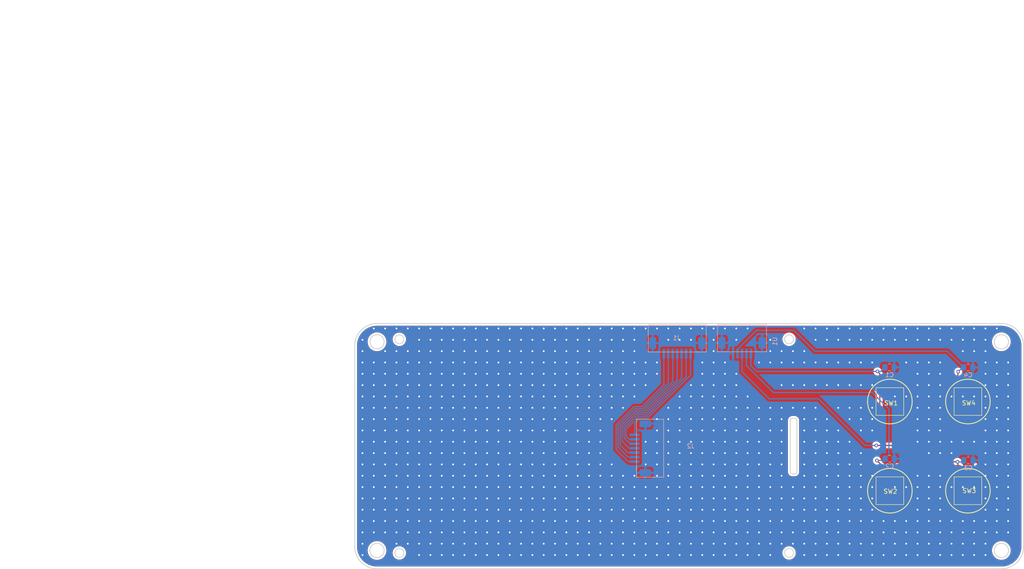
<source format=kicad_pcb>
(kicad_pcb (version 20211014) (generator pcbnew)
  (layers (0 "F.Cu" signal) (31 "B.Cu" signal) (34 "B.Paste" user) (35 "F.Paste" user) (36 "B.SilkS" user "B.Silkscreen") (37 "F.SilkS" user "F.Silkscreen") (38 "B.Mask" user) (39 "F.Mask" user) (44 "Edge.Cuts" user))
  (net 0 "")
  (net 1 "Net-(J1-Pad1)")
  (net 2 "Net-(J1-Pad2)")
  (net 3 "Net-(J1-Pad3)")
  (net 4 "Net-(J1-Pad4)")
  (net 5 "Net-(J1-Pad5)")
  (net 6 "Net-(J1-Pad6)")
  (net 7 "Net-(J1-Pad7)")
  (net 8 "GND")
  (net 9 "Net-(C1-Pad1)")
  (net 10 "Net-(C2-Pad1)")
  (net 11 "Net-(U1-Pad3)")
  (net 12 "Net-(U1-Pad2)")
  (footprint "MyFootprints:Tactile_button_Frn1775334" (layer "F.Cu") (at 189.54 100.04)
    (fp_text reference "SW2")
    (fp_text value "KEY1")
  )
  (footprint "MyFootprints:Tactile_button_Frn1775334" (layer "F.Cu") (at 189.54 80.04)
    (fp_text reference "SW1")
    (fp_text value "KEY0")
  )
  (footprint "MyFootprints:Tactile_button_Frn1775334" (layer "F.Cu") (at 207.04 100.04)
    (fp_text reference "SW3")
    (fp_text value "KEY2")
  )
  (footprint "MyFootprints:Tactile_button_Frn1775334" (layer "F.Cu") (at 207.04 80.04)
    (fp_text reference "SW4")
    (fp_text value "KEY3")
  )
  (footprint "Capacitor_SMD:C_0805_2012Metric_Pad1.18x1.45mm_HandSolder" (layer "B.Cu") (at 189.46 72.37)
    (fp_text reference "C1")
    (fp_text value "100nF")
  )
  (footprint "MyFootprints:Conn_ZIF_7pos" (layer "B.Cu") (at 141.39 66.6 -90)
    (fp_text reference "J1")
    (fp_text value "Conn_ZIF_9")
  )
  (footprint "MyFootprints:Conn_ZIF_7pos" (layer "B.Cu") (at 135.04 90.04 180)
    (fp_text reference "J2")
    (fp_text value "Conn_ZIF_9")
  )
  (footprint "Capacitor_SMD:C_0805_2012Metric_Pad1.18x1.45mm_HandSolder" (layer "B.Cu") (at 207.1 72.39)
    (fp_text reference "C4")
    (fp_text value "100nF")
  )
  (footprint "Capacitor_SMD:C_0805_2012Metric_Pad1.18x1.45mm_HandSolder" (layer "B.Cu") (at 189.49 92.86)
    (fp_text reference "C2")
    (fp_text value "100nF")
  )
  (footprint "MyFootprints:Conn_ZIF_5pos" (layer "B.Cu") (at 156.38 66.55 -90)
    (fp_text reference "U1")
    (fp_text value "Conn_ZIF_5pos")
  )
  (footprint "Capacitor_SMD:C_0805_2012Metric_Pad1.18x1.45mm_HandSolder" (layer "B.Cu") (at 207.13 93.22)
    (fp_text reference "C3")
    (fp_text value "100nF")
  )
  (gr_circle (center 207.04 80.04) (end 212.04 80.04) (layer "F.SilkS") (width 0.2) (fill none))
  (gr_circle (center 189.54 80.04) (end 194.54 80.04) (layer "F.SilkS") (width 0.2) (fill none))
  (gr_circle (center 189.54 100.04) (end 194.54 100.04) (layer "F.SilkS") (width 0.2) (fill none))
  (gr_circle (center 207.04 100.04) (end 212.04 100.04) (layer "F.SilkS") (width 0.2) (fill none))
  (gr_arc (start 74.54 117.54) (mid 71.004466 116.075534) (end 69.54 112.54) (layer "Edge.Cuts") (width 0.2))
  (gr_arc (start 167.19 84.29) (mid 167.336447 83.936447) (end 167.69 83.79) (layer "Edge.Cuts") (width 0.2))
  (gr_arc (start 167.69 96.29) (mid 167.336447 96.143553) (end 167.19 95.79) (layer "Edge.Cuts") (width 0.2))
  (gr_arc (start 219.54 112.54) (mid 218.075534 116.075534) (end 214.54 117.54) (layer "Edge.Cuts") (width 0.2))
  (gr_arc (start 214.54 62.54) (mid 218.075534 64.004466) (end 219.54 67.54) (layer "Edge.Cuts") (width 0.2))
  (gr_circle (center 214.54 66.64) (end 216.14 66.64) (layer "Edge.Cuts") (width 0.2) (fill none))
  (gr_line (start 69.54 67.54) (end 69.54 112.54) (layer "Edge.Cuts") (width 0.2))
  (gr_arc (start 69.54 67.54) (mid 71.004466 64.004466) (end 74.54 62.54) (layer "Edge.Cuts") (width 0.2))
  (gr_circle (center 166.94 66.09) (end 167.94 66.09) (layer "Edge.Cuts") (width 0.2) (fill none))
  (gr_circle (center 166.94 113.99) (end 167.94 113.99) (layer "Edge.Cuts") (width 0.2) (fill none))
  (gr_circle (center 74.54 66.64) (end 76.14 66.64) (layer "Edge.Cuts") (width 0.2) (fill none))
  (gr_line (start 74.54 117.54) (end 214.54 117.54) (layer "Edge.Cuts") (width 0.2))
  (gr_arc (start 168.69 95.79) (mid 168.543553 96.143553) (end 168.19 96.29) (layer "Edge.Cuts") (width 0.2))
  (gr_line (start 167.19 95.79) (end 167.19 84.29) (layer "Edge.Cuts") (width 0.2))
  (gr_line (start 168.19 96.29) (end 167.69 96.29) (layer "Edge.Cuts") (width 0.2))
  (gr_arc (start 168.19 83.79) (mid 168.543553 83.936447) (end 168.69 84.29) (layer "Edge.Cuts") (width 0.2))
  (gr_line (start 219.54 112.54) (end 219.54 67.54) (layer "Edge.Cuts") (width 0.2))
  (gr_line (start 167.69 83.79) (end 168.19 83.79) (layer "Edge.Cuts") (width 0.2))
  (gr_circle (center 214.54 113.44) (end 216.14 113.44) (layer "Edge.Cuts") (width 0.2) (fill none))
  (gr_line (start 168.69 84.29) (end 168.69 95.79) (layer "Edge.Cuts") (width 0.2))
  (gr_line (start 214.54 62.54) (end 74.54 62.54) (layer "Edge.Cuts") (width 0.2))
  (gr_circle (center 74.54 113.44) (end 76.14 113.44) (layer "Edge.Cuts") (width 0.2) (fill none))
  (gr_circle (center 79.54 66.09) (end 80.54 66.09) (layer "Edge.Cuts") (width 0.2) (fill none))
  (gr_circle (center 79.54 113.99) (end 80.54 113.99) (layer "Edge.Cuts") (width 0.2) (fill none))
  (segment (start 138.85 76.274416) (end 133.949416 81.175) (width 0.25) (layer "B.Cu") (net 1))
  (segment (start 130.86 93.5) (end 132.31 93.5) (width 0.25) (layer "B.Cu") (net 1))
  (segment (start 138.85 69.33) (end 138.85 76.274416) (width 0.25) (layer "B.Cu") (net 1))
  (segment (start 133.949416 81.175) (end 132.225 81.175) (width 0.25) (layer "B.Cu") (net 1))
  (segment (start 128.15 85.25) (end 128.15 90.79) (width 0.25) (layer "B.Cu") (net 1))
  (segment (start 128.15 90.79) (end 130.86 93.5) (width 0.25) (layer "B.Cu") (net 1))
  (segment (start 132.225 81.175) (end 128.15 85.25) (width 0.25) (layer "B.Cu") (net 1))
  (segment (start 134.135812 81.625) (end 132.415 81.625) (width 0.25) (layer "B.Cu") (net 2))
  (segment (start 139.85 75.910812) (end 134.135812 81.625) (width 0.25) (layer "B.Cu") (net 2))
  (segment (start 128.6 85.44) (end 128.6 90.28) (width 0.25) (layer "B.Cu") (net 2))
  (segment (start 139.85 69.33) (end 139.85 75.910812) (width 0.25) (layer "B.Cu") (net 2))
  (segment (start 128.6 90.28) (end 130.82 92.5) (width 0.25) (layer "B.Cu") (net 2))
  (segment (start 132.415 81.625) (end 128.6 85.44) (width 0.25) (layer "B.Cu") (net 2))
  (segment (start 130.82 92.5) (end 132.31 92.5) (width 0.25) (layer "B.Cu") (net 2))
  (segment (start 140.85 75.547208) (end 134.322208 82.075) (width 0.25) (layer "B.Cu") (net 3))
  (segment (start 140.85 69.33) (end 140.85 75.547208) (width 0.25) (layer "B.Cu") (net 3))
  (segment (start 129.05 89.79) (end 130.76 91.5) (width 0.25) (layer "B.Cu") (net 3))
  (segment (start 134.322208 82.075) (end 132.632208 82.075) (width 0.25) (layer "B.Cu") (net 3))
  (segment (start 130.76 91.5) (end 132.31 91.5) (width 0.25) (layer "B.Cu") (net 3))
  (segment (start 129.05 85.657208) (end 129.05 89.79) (width 0.25) (layer "B.Cu") (net 3))
  (segment (start 132.632208 82.075) (end 129.05 85.657208) (width 0.25) (layer "B.Cu") (net 3))
  (segment (start 129.5 88.94) (end 131.06 90.5) (width 0.25) (layer "B.Cu") (net 4))
  (segment (start 131.06 90.5) (end 132.31 90.5) (width 0.25) (layer "B.Cu") (net 4))
  (segment (start 141.85 69.33) (end 141.85 75.183604) (width 0.25) (layer "B.Cu") (net 4))
  (segment (start 134.508604 82.525) (end 132.818604 82.525) (width 0.25) (layer "B.Cu") (net 4))
  (segment (start 132.818604 82.525) (end 129.5 85.843604) (width 0.25) (layer "B.Cu") (net 4))
  (segment (start 129.5 85.843604) (end 129.5 88.94) (width 0.25) (layer "B.Cu") (net 4))
  (segment (start 141.85 75.183604) (end 134.508604 82.525) (width 0.25) (layer "B.Cu") (net 4))
  (segment (start 134.695 82.975) (end 133.005 82.975) (width 0.25) (layer "B.Cu") (net 5))
  (segment (start 131.3 89.5) (end 132.31 89.5) (width 0.25) (layer "B.Cu") (net 5))
  (segment (start 142.85 69.33) (end 142.85 74.82) (width 0.25) (layer "B.Cu") (net 5))
  (segment (start 129.95 88.15) (end 131.3 89.5) (width 0.25) (layer "B.Cu") (net 5))
  (segment (start 142.85 74.82) (end 134.695 82.975) (width 0.25) (layer "B.Cu") (net 5))
  (segment (start 133.005 82.975) (end 129.95 86.03) (width 0.25) (layer "B.Cu") (net 5))
  (segment (start 129.95 86.03) (end 129.95 88.15) (width 0.25) (layer "B.Cu") (net 5))
  (segment (start 130.4 87.79) (end 131.11 88.5) (width 0.25) (layer "B.Cu") (net 6))
  (segment (start 143.85 69.33) (end 143.85 74.473604) (width 0.25) (layer "B.Cu") (net 6))
  (segment (start 143.85 74.473604) (end 134.898604 83.425) (width 0.25) (layer "B.Cu") (net 6))
  (segment (start 134.898604 83.425) (end 133.206142 83.425) (width 0.25) (layer "B.Cu") (net 6))
  (segment (start 130.4 86.231142) (end 130.4 87.79) (width 0.25) (layer "B.Cu") (net 6))
  (segment (start 131.11 88.5) (end 132.31 88.5) (width 0.25) (layer "B.Cu") (net 6))
  (segment (start 133.206142 83.425) (end 130.4 86.231142) (width 0.25) (layer "B.Cu") (net 6))
  (segment (start 144.85 74.11) (end 135.085 83.875) (width 0.25) (layer "B.Cu") (net 7))
  (segment (start 132.31 84.957538) (end 132.31 87.5) (width 0.25) (layer "B.Cu") (net 7))
  (segment (start 135.085 83.875) (end 133.392538 83.875) (width 0.25) (layer "B.Cu") (net 7))
  (segment (start 133.392538 83.875) (end 132.31 84.957538) (width 0.25) (layer "B.Cu") (net 7))
  (segment (start 144.85 69.33) (end 144.85 74.11) (width 0.25) (layer "B.Cu") (net 7))
  (via (at 177.96 99.22) (size 0.8) (drill 0.4) (layers "F.Cu" "B.Cu") (net 8))
  (via (at 162.72 99.22) (size 0.8) (drill 0.4) (layers "F.Cu" "B.Cu") (net 8))
  (via (at 101.76 96.68) (size 0.8) (drill 0.4) (layers "F.Cu" "B.Cu") (net 8))
  (via (at 134.78 104.3) (size 0.8) (drill 0.4) (layers "F.Cu" "B.Cu") (net 8))
  (via (at 99.22 73.82) (size 0.8) (drill 0.4) (layers "F.Cu" "B.Cu") (net 8))
  (via (at 185.58 86.52) (size 0.8) (drill 0.4) (layers "F.Cu" "B.Cu") (net 8))
  (via (at 83.98 101.76) (size 0.8) (drill 0.4) (layers "F.Cu" "B.Cu") (net 8))
  (via (at 177.96 91.6) (size 0.8) (drill 0.4) (layers "F.Cu" "B.Cu") (net 8))
  (via (at 137.32 111.92) (size 0.8) (drill 0.4) (layers "F.Cu" "B.Cu") (net 8))
  (via (at 144.94 114.46) (size 0.8) (drill 0.4) (layers "F.Cu" "B.Cu") (net 8))
  (via (at 117 81.44) (size 0.8) (drill 0.4) (layers "F.Cu" "B.Cu") (net 8))
  (via (at 216.06 73.82) (size 0.8) (drill 0.4) (layers "F.Cu" "B.Cu") (net 8))
  (via (at 165.26 99.22) (size 0.8) (drill 0.4) (layers "F.Cu" "B.Cu") (net 8))
  (via (at 150.02 111.92) (size 0.8) (drill 0.4) (layers "F.Cu" "B.Cu") (net 8))
  (via (at 101.76 106.84) (size 0.8) (drill 0.4) (layers "F.Cu" "B.Cu") (net 8))
  (via (at 124.62 76.36) (size 0.8) (drill 0.4) (layers "F.Cu" "B.Cu") (net 8))
  (via (at 203.36 99.22) (size 0.8) (drill 0.4) (layers "F.Cu" "B.Cu") (net 8))
  (via (at 71.28 109.38) (size 0.8) (drill 0.4) (layers "F.Cu" "B.Cu") (net 8))
  (via (at 139.86 101.76) (size 0.8) (drill 0.4) (layers "F.Cu" "B.Cu") (net 8))
  (via (at 89.06 81.44) (size 0.8) (drill 0.4) (layers "F.Cu" "B.Cu") (net 8))
  (via (at 180.5 99.22) (size 0.8) (drill 0.4) (layers "F.Cu" "B.Cu") (net 8))
  (via (at 109.38 101.76) (size 0.8) (drill 0.4) (layers "F.Cu" "B.Cu") (net 8))
  (via (at 129.7 71.28) (size 0.8) (drill 0.4) (layers "F.Cu" "B.Cu") (net 8))
  (via (at 83.98 66.2) (size 0.8) (drill 0.4) (layers "F.Cu" "B.Cu") (net 8))
  (via (at 137.32 109.38) (size 0.8) (drill 0.4) (layers "F.Cu" "B.Cu") (net 8))
  (via (at 111.92 63.66) (size 0.8) (drill 0.4) (layers "F.Cu" "B.Cu") (net 8))
  (via (at 101.76 109.38) (size 0.8) (drill 0.4) (layers "F.Cu" "B.Cu") (net 8))
  (via (at 81.44 89.06) (size 0.8) (drill 0.4) (layers "F.Cu" "B.Cu") (net 8))
  (via (at 104.3 68.74) (size 0.8) (drill 0.4) (layers "F.Cu" "B.Cu") (net 8))
  (via (at 155.1 109.38) (size 0.8) (drill 0.4) (layers "F.Cu" "B.Cu") (net 8))
  (via (at 152.56 81.44) (size 0.8) (drill 0.4) (layers "F.Cu" "B.Cu") (net 8))
  (via (at 142.4 89.06) (size 0.8) (drill 0.4) (layers "F.Cu" "B.Cu") (net 8))
  (via (at 177.96 101.76) (size 0.8) (drill 0.4) (layers "F.Cu" "B.Cu") (net 8))
  (via (at 124.62 83.98) (size 0.8) (drill 0.4) (layers "F.Cu" "B.Cu") (net 8))
  (via (at 96.68 78.9) (size 0.8) (drill 0.4) (layers "F.Cu" "B.Cu") (net 8))
  (via (at 152.56 76.36) (size 0.8) (drill 0.4) (layers "F.Cu" "B.Cu") (net 8))
  (via (at 160.18 111.92) (size 0.8) (drill 0.4) (layers "F.Cu" "B.Cu") (net 8))
  (via (at 129.7 73.82) (size 0.8) (drill 0.4) (layers "F.Cu" "B.Cu") (net 8))
  (via (at 127.16 104.3) (size 0.8) (drill 0.4) (layers "F.Cu" "B.Cu") (net 8))
  (via (at 198.28 76.36) (size 0.8) (drill 0.4) (layers "F.Cu" "B.Cu") (net 8))
  (via (at 94.14 106.84) (size 0.8) (drill 0.4) (layers "F.Cu" "B.Cu") (net 8))
  (via (at 157.64 83.98) (size 0.8) (drill 0.4) (layers "F.Cu" "B.Cu") (net 8))
  (via (at 157.64 101.76) (size 0.8) (drill 0.4) (layers "F.Cu" "B.Cu") (net 8))
  (via (at 188.12 66.2) (size 0.8) (drill 0.4) (layers "F.Cu" "B.Cu") (net 8))
  (via (at 200.82 66.2) (size 0.8) (drill 0.4) (layers "F.Cu" "B.Cu") (net 8))
  (via (at 111.92 89.06) (size 0.8) (drill 0.4) (layers "F.Cu" "B.Cu") (net 8))
  (via (at 139.86 81.44) (size 0.8) (drill 0.4) (layers "F.Cu" "B.Cu") (net 8))
  (via (at 73.82 81.44) (size 0.8) (drill 0.4) (layers "F.Cu" "B.Cu") (net 8))
  (via (at 170.34 99.22) (size 0.8) (drill 0.4) (layers "F.Cu" "B.Cu") (net 8))
  (via (at 76.36 99.22) (size 0.8) (drill 0.4) (layers "F.Cu" "B.Cu") (net 8))
  (via (at 78.9 99.22) (size 0.8) (drill 0.4) (layers "F.Cu" "B.Cu") (net 8))
  (via (at 157.64 81.44) (size 0.8) (drill 0.4) (layers "F.Cu" "B.Cu") (net 8))
  (via (at 180.5 81.44) (size 0.8) (drill 0.4) (layers "F.Cu" "B.Cu") (net 8))
  (via (at 177.96 86.52) (size 0.8) (drill 0.4) (layers "F.Cu" "B.Cu") (net 8))
  (via (at 160.18 86.52) (size 0.8) (drill 0.4) (layers "F.Cu" "B.Cu") (net 8))
  (via (at 210.98 78.9) (size 0.8) (drill 0.4) (layers "F.Cu" "B.Cu") (net 8))
  (via (at 155.1 83.98) (size 0.8) (drill 0.4) (layers "F.Cu" "B.Cu") (net 8))
  (via (at 170.34 81.44) (size 0.8) (drill 0.4) (layers "F.Cu" "B.Cu") (net 8))
  (via (at 167.8 109.38) (size 0.8) (drill 0.4) (layers "F.Cu" "B.Cu") (net 8))
  (via (at 81.44 91.6) (size 0.8) (drill 0.4) (layers "F.Cu" "B.Cu") (net 8))
  (via (at 117 101.76) (size 0.8) (drill 0.4) (layers "F.Cu" "B.Cu") (net 8))
  (via (at 165.26 109.38) (size 0.8) (drill 0.4) (layers "F.Cu" "B.Cu") (net 8))
  (via (at 96.68 104.3) (size 0.8) (drill 0.4) (layers "F.Cu" "B.Cu") (net 8))
  (via (at 142.4 83.98) (size 0.8) (drill 0.4) (layers "F.Cu" "B.Cu") (net 8))
  (via (at 89.06 76.36) (size 0.8) (drill 0.4) (layers "F.Cu" "B.Cu") (net 8))
  (via (at 73.82 91.6) (size 0.8) (drill 0.4) (layers "F.Cu" "B.Cu") (net 8))
  (via (at 114.46 86.52) (size 0.8) (drill 0.4) (layers "F.Cu" "B.Cu") (net 8))
  (via (at 195.74 66.2) (size 0.8) (drill 0.4) (layers "F.Cu" "B.Cu") (net 8))
  (via (at 86.52 71.28) (size 0.8) (drill 0.4) (layers "F.Cu" "B.Cu") (net 8))
  (via (at 134.78 106.84) (size 0.8) (drill 0.4) (layers "F.Cu" "B.Cu") (net 8))
  (via (at 175.42 109.38) (size 0.8) (drill 0.4) (layers "F.Cu" "B.Cu") (net 8))
  (via (at 208.44 114.46) (size 0.8) (drill 0.4) (layers "F.Cu" "B.Cu") (net 8))
  (via (at 111.92 96.68) (size 0.8) (drill 0.4) (layers "F.Cu" "B.Cu") (net 8))
  (via (at 177.96 106.84) (size 0.8) (drill 0.4) (layers "F.Cu" "B.Cu") (net 8))
  (via (at 177.96 111.92) (size 0.8) (drill 0.4) (layers "F.Cu" "B.Cu") (net 8))
  (via (at 210.98 101.76) (size 0.8) (drill 0.4) (layers "F.Cu" "B.Cu") (net 8))
  (via (at 147.48 91.6) (size 0.8) (drill 0.4) (layers "F.Cu" "B.Cu") (net 8))
  (via (at 109.38 68.74) (size 0.8) (drill 0.4) (layers "F.Cu" "B.Cu") (net 8))
  (via (at 89.06 78.9) (size 0.8) (drill 0.4) (layers "F.Cu" "B.Cu") (net 8))
  (via (at 210.98 89.06) (size 0.8) (drill 0.4) (layers "F.Cu" "B.Cu") (net 8))
  (via (at 152.56 104.3) (size 0.8) (drill 0.4) (layers "F.Cu" "B.Cu") (net 8))
  (via (at 94.14 114.46) (size 0.8) (drill 0.4) (layers "F.Cu" "B.Cu") (net 8))
  (via (at 76.36 86.52) (size 0.8) (drill 0.4) (layers "F.Cu" "B.Cu") (net 8))
  (via (at 139.86 96.68) (size 0.8) (drill 0.4) (layers "F.Cu" "B.Cu") (net 8))
  (via (at 78.9 63.66) (size 0.8) (drill 0.4) (layers "F.Cu" "B.Cu") (net 8))
  (via (at 89.06 96.68) (size 0.8) (drill 0.4) (layers "F.Cu" "B.Cu") (net 8))
  (via (at 99.22 78.9) (size 0.8) (drill 0.4) (layers "F.Cu" "B.Cu") (net 8))
  (via (at 172.88 111.92) (size 0.8) (drill 0.4) (layers "F.Cu" "B.Cu") (net 8))
  (via (at 150.02 76.36) (size 0.8) (drill 0.4) (layers "F.Cu" "B.Cu") (net 8))
  (via (at 150.02 81.44) (size 0.8) (drill 0.4) (layers "F.Cu" "B.Cu") (net 8))
  (via (at 111.92 83.98) (size 0.8) (drill 0.4) (layers "F.Cu" "B.Cu") (net 8))
  (via (at 152.56 106.84) (size 0.8) (drill 0.4) (layers "F.Cu" "B.Cu") (net 8))
  (via (at 175.42 104.3) (size 0.8) (drill 0.4) (layers "F.Cu" "B.Cu") (net 8))
  (via (at 205.9 68.74) (size 0.8) (drill 0.4) (layers "F.Cu" "B.Cu") (net 8))
  (via (at 177.96 89.06) (size 0.8) (drill 0.4) (layers "F.Cu" "B.Cu") (net 8))
  (via (at 195.74 78.9) (size 0.8) (drill 0.4) (layers "F.Cu" "B.Cu") (net 8))
  (via (at 213.52 89.06) (size 0.8) (drill 0.4) (layers "F.Cu" "B.Cu") (net 8))
  (via (at 183.04 101.76) (size 0.8) (drill 0.4) (layers "F.Cu" "B.Cu") (net 8))
  (via (at 119.54 73.82) (size 0.8) (drill 0.4) (layers "F.Cu" "B.Cu") (net 8))
  (via (at 144.94 94.14) (size 0.8) (drill 0.4) (layers "F.Cu" "B.Cu") (net 8))
  (via (at 94.14 99.22) (size 0.8) (drill 0.4) (layers "F.Cu" "B.Cu") (net 8))
  (via (at 162.72 89.06) (size 0.8) (drill 0.4) (layers "F.Cu" "B.Cu") (net 8))
  (via (at 170.34 68.74) (size 0.8) (drill 0.4) (layers "F.Cu" "B.Cu") (net 8))
  (via (at 78.9 73.82) (size 0.8) (drill 0.4) (layers "F.Cu" "B.Cu") (net 8))
  (via (at 106.84 91.6) (size 0.8) (drill 0.4) (layers "F.Cu" "B.Cu") (net 8))
  (via (at 114.46 89.06) (size 0.8) (drill 0.4) (layers "F.Cu" "B.Cu") (net 8))
  (via (at 210.98 68.74) (size 0.8) (drill 0.4) (layers "F.Cu" "B.Cu") (net 8))
  (via (at 200.82 96.68) (size 0.8) (drill 0.4) (layers "F.Cu" "B.Cu") (net 8))
  (via (at 104.3 63.66) (size 0.8) (drill 0.4) (layers "F.Cu" "B.Cu") (net 8))
  (via (at 111.92 111.92) (size 0.8) (drill 0.4) (layers "F.Cu" "B.Cu") (net 8))
  (via (at 99.22 68.74) (size 0.8) (drill 0.4) (layers "F.Cu" "B.Cu") (net 8))
  (via (at 188.12 114.46) (size 0.8) (drill 0.4) (layers "F.Cu" "B.Cu") (net 8))
  (via (at 106.84 104.3) (size 0.8) (drill 0.4) (layers "F.Cu" "B.Cu") (net 8))
  (via (at 155.1 76.36) (size 0.8) (drill 0.4) (layers "F.Cu" "B.Cu") (net 8))
  (via (at 101.76 89.06) (size 0.8) (drill 0.4) (layers "F.Cu" "B.Cu") (net 8))
  (via (at 190.66 78.9) (size 0.8) (drill 0.4) (layers "F.Cu" "B.Cu") (net 8))
  (via (at 99.22 76.36) (size 0.8) (drill 0.4) (layers "F.Cu" "B.Cu") (net 8))
  (via (at 71.28 73.82) (size 0.8) (drill 0.4) (layers "F.Cu" "B.Cu") (net 8))
  (via (at 175.42 86.52) (size 0.8) (drill 0.4) (layers "F.Cu" "B.Cu") (net 8))
  (via (at 200.82 63.66) (size 0.8) (drill 0.4) (layers "F.Cu" "B.Cu") (net 8))
  (via (at 83.98 104.3) (size 0.8) (drill 0.4) (layers "F.Cu" "B.Cu") (net 8))
  (via (at 185.58 76.36) (size 0.8) (drill 0.4) (layers "F.Cu" "B.Cu") (net 8))
  (via (at 216.06 76.36) (size 0.8) (drill 0.4) (layers "F.Cu" "B.Cu") (net 8))
  (via (at 216.06 78.9) (size 0.8) (drill 0.4) (layers "F.Cu" "B.Cu") (net 8))
  (via (at 167.8 68.74) (size 0.8) (drill 0.4) (layers "F.Cu" "B.Cu") (net 8))
  (via (at 162.72 81.44) (size 0.8) (drill 0.4) (layers "F.Cu" "B.Cu") (net 8))
  (via (at 129.7 81.44) (size 0.8) (drill 0.4) (layers "F.Cu" "B.Cu") (net 8))
  (via (at 150.02 89.06) (size 0.8) (drill 0.4) (layers "F.Cu" "B.Cu") (net 8))
  (via (at 203.36 63.66) (size 0.8) (drill 0.4) (layers "F.Cu" "B.Cu") (net 8))
  (via (at 150.02 63.66) (size 0.8) (drill 0.4) (layers "F.Cu" "B.Cu") (net 8))
  (via (at 170.34 63.66) (size 0.8) (drill 0.4) (layers "F.Cu" "B.Cu") (net 8))
  (via (at 99.22 99.22) (size 0.8) (drill 0.4) (layers "F.Cu" "B.Cu") (net 8))
  (via (at 177.96 76.36) (size 0.8) (drill 0.4) (layers "F.Cu" "B.Cu") (net 8))
  (via (at 147.48 104.3) (size 0.8) (drill 0.4) (layers "F.Cu" "B.Cu") (net 8))
  (via (at 91.6 68.74) (size 0.8) (drill 0.4) (layers "F.Cu" "B.Cu") (net 8))
  (via (at 114.46 101.76) (size 0.8) (drill 0.4) (layers "F.Cu" "B.Cu") (net 8))
  (via (at 124.62 73.82) (size 0.8) (drill 0.4) (layers "F.Cu" "B.Cu") (net 8))
  (via (at 180.5 91.6) (size 0.8) (drill 0.4) (layers "F.Cu" "B.Cu") (net 8))
  (via (at 109.38 83.98) (size 0.8) (drill 0.4) (layers "F.Cu" "B.Cu") (net 8))
  (via (at 109.38 71.28) (size 0.8) (drill 0.4) (layers "F.Cu" "B.Cu") (net 8))
  (via (at 86.52 66.2) (size 0.8) (drill 0.4) (layers "F.Cu" "B.Cu") (net 8))
  (via (at 195.74 76.36) (size 0.8) (drill 0.4) (layers "F.Cu" "B.Cu") (net 8))
  (via (at 96.68 83.98) (size 0.8) (drill 0.4) (layers "F.Cu" "B.Cu") (net 8))
  (via (at 127.16 68.74) (size 0.8) (drill 0.4) (layers "F.Cu" "B.Cu") (net 8))
  (via (at 89.06 86.52) (size 0.8) (drill 0.4) (layers "F.Cu" "B.Cu") (net 8))
  (via (at 99.22 106.84) (size 0.8) (drill 0.4) (layers "F.Cu" "B.Cu") (net 8))
  (via (at 183.04 114.46) (size 0.8) (drill 0.4) (layers "F.Cu" "B.Cu") (net 8))
  (via (at 155.1 101.76) (size 0.8) (drill 0.4) (layers "F.Cu" "B.Cu") (net 8))
  (via (at 177.96 104.3) (size 0.8) (drill 0.4) (layers "F.Cu" "B.Cu") (net 8))
  (via (at 139.86 89.06) (size 0.8) (drill 0.4) (layers "F.Cu" "B.Cu") (net 8))
  (via (at 111.92 66.2) (size 0.8) (drill 0.4) (layers "F.Cu" "B.Cu") (net 8))
  (via (at 81.44 71.28) (size 0.8) (drill 0.4) (layers "F.Cu" "B.Cu") (net 8))
  (via (at 152.56 89.06) (size 0.8) (drill 0.4) (layers "F.Cu" "B.Cu") (net 8))
  (via (at 89.06 68.74) (size 0.8) (drill 0.4) (layers "F.Cu" "B.Cu") (net 8))
  (via (at 142.4 114.46) (size 0.8) (drill 0.4) (layers "F.Cu" "B.Cu") (net 8))
  (via (at 91.6 96.68) (size 0.8) (drill 0.4) (layers "F.Cu" "B.Cu") (net 8))
  (via (at 185.58 81.44) (size 0.8) (drill 0.4) (layers "F.Cu" "B.Cu") (net 8))
  (via (at 190.66 99.22) (size 0.8) (drill 0.4) (layers "F.Cu" "B.Cu") (net 8))
  (via (at 94.14 91.6) (size 0.8) (drill 0.4) (layers "F.Cu" "B.Cu") (net 8))
  (via (at 94.14 81.44) (size 0.8) (drill 0.4) (layers "F.Cu" "B.Cu") (net 8))
  (via (at 200.82 101.76) (size 0.8) (drill 0.4) (layers "F.Cu" "B.Cu") (net 8))
  (via (at 91.6 66.2) (size 0.8) (drill 0.4) (layers "F.Cu" "B.Cu") (net 8))
  (via (at 117 73.82) (size 0.8) (drill 0.4) (layers "F.Cu" "B.Cu") (net 8))
  (via (at 129.7 109.38) (size 0.8) (drill 0.4) (layers "F.Cu" "B.Cu") (net 8))
  (via (at 205.9 114.46) (size 0.8) (drill 0.4) (layers "F.Cu" "B.Cu") (net 8))
  (via (at 94.14 73.82) (size 0.8) (drill 0.4) (layers "F.Cu" "B.Cu") (net 8))
  (via (at 78.9 86.52) (size 0.8) (drill 0.4) (layers "F.Cu" "B.Cu") (net 8))
  (via (at 114.46 71.28) (size 0.8) (drill 0.4) (layers "F.Cu" "B.Cu") (net 8))
  (via (at 114.46 96.68) (size 0.8) (drill 0.4) (layers "F.Cu" "B.Cu") (net 8))
  (via (at 190.66 63.66) (size 0.8) (drill 0.4) (layers "F.Cu" "B.Cu") (net 8))
  (via (at 101.76 83.98) (size 0.8) (drill 0.4) (layers "F.Cu" "B.Cu") (net 8))
  (via (at 76.36 81.44) (size 0.8) (drill 0.4) (layers "F.Cu" "B.Cu") (net 8))
  (via (at 180.5 101.76) (size 0.8) (drill 0.4) (layers "F.Cu" "B.Cu") (net 8))
  (via (at 109.38 91.6) (size 0.8) (drill 0.4) (layers "F.Cu" "B.Cu") (net 8))
  (via (at 99.22 91.6) (size 0.8) (drill 0.4) (layers "F.Cu" "B.Cu") (net 8))
  (via (at 76.36 104.3) (size 0.8) (drill 0.4) (layers "F.Cu" "B.Cu") (net 8))
  (via (at 83.98 83.98) (size 0.8) (drill 0.4) (layers "F.Cu" "B.Cu") (net 8))
  (via (at 144.94 76.36) (size 0.8) (drill 0.4) (layers "F.Cu" "B.Cu") (net 8))
  (via (at 203.36 106.84) (size 0.8) (drill 0.4) (layers "F.Cu" "B.Cu") (net 8))
  (via (at 165.26 94.14) (size 0.8) (drill 0.4) (layers "F.Cu" "B.Cu") (net 8))
  (via (at 203.36 111.92) (size 0.8) (drill 0.4) (layers "F.Cu" "B.Cu") (net 8))
  (via (at 165.26 106.84) (size 0.8) (drill 0.4) (layers "F.Cu" "B.Cu") (net 8))
  (via (at 175.42 63.66) (size 0.8) (drill 0.4) (layers "F.Cu" "B.Cu") (net 8))
  (via (at 134.78 91.6) (size 0.8) (drill 0.4) (layers "F.Cu" "B.Cu") (net 8))
  (via (at 180.5 109.38) (size 0.8) (drill 0.4) (layers "F.Cu" "B.Cu") (net 8))
  (via (at 177.96 71.28) (size 0.8) (drill 0.4) (layers "F.Cu" "B.Cu") (net 8))
  (via (at 213.52 83.98) (size 0.8) (drill 0.4) (layers "F.Cu" "B.Cu") (net 8))
  (via (at 129.7 114.46) (size 0.8) (drill 0.4) (layers "F.Cu" "B.Cu") (net 8))
  (via (at 193.2 78.9) (size 0.8) (drill 0.4) (layers "F.Cu" "B.Cu") (net 8))
  (via (at 83.98 96.68) (size 0.8) (drill 0.4) (layers "F.Cu" "B.Cu") (net 8))
  (via (at 170.34 76.36) (size 0.8) (drill 0.4) (layers "F.Cu" "B.Cu") (net 8))
  (via (at 124.62 63.66) (size 0.8) (drill 0.4) (layers "F.Cu" "B.Cu") (net 8))
  (via (at 147.48 83.98) (size 0.8) (drill 0.4) (layers "F.Cu" "B.Cu") (net 8))
  (via (at 165.26 76.36) (size 0.8) (drill 0.4) (layers "F.Cu" "B.Cu") (net 8))
  (via (at 172.88 81.44) (size 0.8) (drill 0.4) (layers "F.Cu" "B.Cu") (net 8))
  (via (at 183.04 83.98) (size 0.8) (drill 0.4) (layers "F.Cu" "B.Cu") (net 8))
  (via (at 117 106.84) (size 0.8) (drill 0.4) (layers "F.Cu" "B.Cu") (net 8))
  (via (at 132.24 73.82) (size 0.8) (drill 0.4) (layers "F.Cu" "B.Cu") (net 8))
  (via (at 208.44 68.74) (size 0.8) (drill 0.4) (layers "F.Cu" "B.Cu") (net 8))
  (via (at 96.68 91.6) (size 0.8) (drill 0.4) (layers "F.Cu" "B.Cu") (net 8))
  (via (at 208.44 66.2) (size 0.8) (drill 0.4) (layers "F.Cu" "B.Cu") (net 8))
  (via (at 119.54 99.22) (size 0.8) (drill 0.4) (layers "F.Cu" "B.Cu") (net 8))
  (via (at 155.1 63.66) (size 0.8) (drill 0.4) (layers "F.Cu" "B.Cu") (net 8))
  (via (at 172.88 76.36) (size 0.8) (drill 0.4) (layers "F.Cu" "B.Cu") (net 8))
  (via (at 152.56 99.22) (size 0.8) (drill 0.4) (layers "F.Cu" "B.Cu") (net 8))
  (via (at 122.08 106.84) (size 0.8) (drill 0.4) (layers "F.Cu" "B.Cu") (net 8))
  (via (at 172.88 71.28) (size 0.8) (drill 0.4) (layers "F.Cu" "B.Cu") (net 8))
  (via (at 137.32 99.22) (size 0.8) (drill 0.4) (layers "F.Cu" "B.Cu") (net 8))
  (via (at 144.94 91.6) (size 0.8) (drill 0.4) (layers "F.Cu" "B.Cu") (net 8))
  (via (at 71.28 106.84) (size 0.8) (drill 0.4) (layers "F.Cu" "B.Cu") (net 8))
  (via (at 162.72 68.74) (size 0.8) (drill 0.4) (layers "F.Cu" "B.Cu") (net 8))
  (via (at 91.6 101.76) (size 0.8) (drill 0.4) (layers "F.Cu" "B.Cu") (net 8))
  (via (at 71.28 114.46) (size 0.8) (drill 0.4) (layers "F.Cu" "B.Cu") (net 8))
  (via (at 208.44 78.9) (size 0.8) (drill 0.4) (layers "F.Cu" "B.Cu") (net 8))
  (via (at 172.88 66.2) (size 0.8) (drill 0.4) (layers "F.Cu" "B.Cu") (net 8))
  (via (at 127.16 76.36) (size 0.8) (drill 0.4) (layers "F.Cu" "B.Cu") (net 8))
  (via (at 195.74 89.06) (size 0.8) (drill 0.4) (layers "F.Cu" "B.Cu") (net 8))
  (via (at 122.08 73.82) (size 0.8) (drill 0.4) (layers "F.Cu" "B.Cu") (net 8))
  (via (at 94.14 111.92) (size 0.8) (drill 0.4) (layers "F.Cu" "B.Cu") (net 8))
  (via (at 89.06 99.22) (size 0.8) (drill 0.4) (layers "F.Cu" "B.Cu") (net 8))
  (via (at 101.76 73.82) (size 0.8) (drill 0.4) (layers "F.Cu" "B.Cu") (net 8))
  (via (at 152.56 101.76) (size 0.8) (drill 0.4) (layers "F.Cu" "B.Cu") (net 8))
  (via (at 86.52 94.14) (size 0.8) (drill 0.4) (layers "F.Cu" "B.Cu") (net 8))
  (via (at 124.62 81.44) (size 0.8) (drill 0.4) (layers "F.Cu" "B.Cu") (net 8))
  (via (at 210.98 91.6) (size 0.8) (drill 0.4) (layers "F.Cu" "B.Cu") (net 8))
  (via (at 114.46 83.98) (size 0.8) (drill 0.4) (layers "F.Cu" "B.Cu") (net 8))
  (via (at 127.16 109.38) (size 0.8) (drill 0.4) (layers "F.Cu" "B.Cu") (net 8))
  (via (at 122.08 78.9) (size 0.8) (drill 0.4) (layers "F.Cu" "B.Cu") (net 8))
  (via (at 86.52 104.3) (size 0.8) (drill 0.4) (layers "F.Cu" "B.Cu") (net 8))
  (via (at 83.98 89.06) (size 0.8) (drill 0.4) (layers "F.Cu" "B.Cu") (net 8))
  (via (at 216.06 106.84) (size 0.8) (drill 0.4) (layers "F.Cu" "B.Cu") (net 8))
  (via (at 73.82 86.52) (size 0.8) (drill 0.4) (layers "F.Cu" "B.Cu") (net 8))
  (via (at 81.44 109.38) (size 0.8) (drill 0.4) (layers "F.Cu" "B.Cu") (net 8))
  (via (at 119.54 111.92) (size 0.8) (drill 0.4) (layers "F.Cu" "B.Cu") (net 8))
  (via (at 117 68.74) (size 0.8) (drill 0.4) (layers "F.Cu" "B.Cu") (net 8))
  (via (at 210.98 96.68) (size 0.8) (drill 0.4) (layers "F.Cu" "B.Cu") (net 8))
  (via (at 142.4 96.68) (size 0.8) (drill 0.4) (layers "F.Cu" "B.Cu") (net 8))
  (via (at 91.6 94.14) (size 0.8) (drill 0.4) (layers "F.Cu" "B.Cu") (net 8))
  (via (at 89.06 89.06) (size 0.8) (drill 0.4) (layers "F.Cu" "B.Cu") (net 8))
  (via (at 124.62 101.76) (size 0.8) (drill 0.4) (layers "F.Cu" "B.Cu") (net 8))
  (via (at 170.34 91.6) (size 0.8) (drill 0.4) (layers "F.Cu" "B.Cu") (net 8))
  (via (at 81.44 94.14) (size 0.8) (drill 0.4) (layers "F.Cu" "B.Cu") (net 8))
  (via (at 94.14 109.38) (size 0.8) (drill 0.4) (layers "F.Cu" "B.Cu") (net 8))
  (via (at 81.44 81.44) (size 0.8) (drill 0.4) (layers "F.Cu" "B.Cu") (net 8))
  (via (at 106.84 101.76) (size 0.8) (drill 0.4) (layers "F.Cu" "B.Cu") (net 8))
  (via (at 177.96 66.2) (size 0.8) (drill 0.4) (layers "F.Cu" "B.Cu") (net 8))
  (via (at 208.44 63.66) (size 0.8) (drill 0.4) (layers "F.Cu" "B.Cu") (net 8))
  (via (at 142.4 81.44) (size 0.8) (drill 0.4) (layers "F.Cu" "B.Cu") (net 8))
  (via (at 188.12 106.84) (size 0.8) (drill 0.4) (layers "F.Cu" "B.Cu") (net 8))
  (via (at 127.16 63.66) (size 0.8) (drill 0.4) (layers "F.Cu" "B.Cu") (net 8))
  (via (at 127.16 66.2) (size 0.8) (drill 0.4) (layers "F.Cu" "B.Cu") (net 8))
  (via (at 208.44 89.06) (size 0.8) (drill 0.4) (layers "F.Cu" "B.Cu") (net 8))
  (via (at 76.36 94.14) (size 0.8) (drill 0.4) (layers "F.Cu" "B.Cu") (net 8))
  (via (at 129.7 106.84) (size 0.8) (drill 0.4) (layers "F.Cu" "B.Cu") (net 8))
  (via (at 165.26 89.06) (size 0.8) (drill 0.4) (layers "F.Cu" "B.Cu") (net 8))
  (via (at 119.54 109.38) (size 0.8) (drill 0.4) (layers "F.Cu" "B.Cu") (net 8))
  (via (at 147.48 89.06) (size 0.8) (drill 0.4) (layers "F.Cu" "B.Cu") (net 8))
  (via (at 78.9 94.14) (size 0.8) (drill 0.4) (layers "F.Cu" "B.Cu") (net 8))
  (via (at 111.92 104.3) (size 0.8) (drill 0.4) (layers "F.Cu" "B.Cu") (net 8))
  (via (at 99.22 89.06) (size 0.8) (drill 0.4) (layers "F.Cu" "B.Cu") (net 8))
  (via (at 124.62 104.3) (size 0.8) (drill 0.4) (layers "F.Cu" "B.Cu") (net 8))
  (via (at 137.32 83.98) (size 0.8) (drill 0.4) (layers "F.Cu" "B.Cu") (net 8))
  (via (at 216.06 83.98) (size 0.8) (drill 0.4) (layers "F.Cu" "B.Cu") (net 8))
  (via (at 165.26 83.98) (size 0.8) (drill 0.4) (layers "F.Cu" "B.Cu") (net 8))
  (via (at 86.52 101.76) (size 0.8) (drill 0.4) (layers "F.Cu" "B.Cu") (net 8))
  (via (at 117 104.3) (size 0.8) (drill 0.4) (layers "F.Cu" "B.Cu") (net 8))
  (via (at 198.28 86.52) (size 0.8) (drill 0.4) (layers "F.Cu" "B.Cu") (net 8))
  (via (at 124.62 109.38) (size 0.8) (drill 0.4) (layers "F.Cu" "B.Cu") (net 8))
  (via (at 132.24 68.74) (size 0.8) (drill 0.4) (layers "F.Cu" "B.Cu") (net 8))
  (via (at 132.24 101.76) (size 0.8) (drill 0.4) (layers "F.Cu" "B.Cu") (net 8))
  (via (at 193.2 66.2) (size 0.8) (drill 0.4) (layers "F.Cu" "B.Cu") (net 8))
  (via (at 185.58 111.92) (size 0.8) (drill 0.4) (layers "F.Cu" "B.Cu") (net 8))
  (via (at 162.72 83.98) (size 0.8) (drill 0.4) (layers "F.Cu" "B.Cu") (net 8))
  (via (at 122.08 76.36) (size 0.8) (drill 0.4) (layers "F.Cu" "B.Cu") (net 8))
  (via (at 134.78 76.36) (size 0.8) (drill 0.4) (layers "F.Cu" "B.Cu") (net 8))
  (via (at 76.36 68.74) (size 0.8) (drill 0.4) (layers "F.Cu" "B.Cu") (net 8))
  (via (at 203.36 91.6) (size 0.8) (drill 0.4) (layers "F.Cu" "B.Cu") (net 8))
  (via (at 213.52 104.3) (size 0.8) (drill 0.4) (layers "F.Cu" "B.Cu") (net 8))
  (via (at 180.5 96.68) (size 0.8) (drill 0.4) (layers "F.Cu" "B.Cu") (net 8))
  (via (at 71.28 91.6) (size 0.8) (drill 0.4) (layers "F.Cu" "B.Cu") (net 8))
  (via (at 99.22 111.92) (size 0.8) (drill 0.4) (layers "F.Cu" "B.Cu") (net 8))
  (via (at 91.6 63.66) (size 0.8) (drill 0.4) (layers "F.Cu" "B.Cu") (net 8))
  (via (at 124.62 66.2) (size 0.8) (drill 0.4) (layers "F.Cu" "B.Cu") (net 8))
  (via (at 152.56 96.68) (size 0.8) (drill 0.4) (layers "F.Cu" "B.Cu") (net 8))
  (via (at 101.76 101.76) (size 0.8) (drill 0.4) (layers "F.Cu" "B.Cu") (net 8))
  (via (at 172.88 63.66) (size 0.8) (drill 0.4) (layers "F.Cu" "B.Cu") (net 8))
  (via (at 205.9 78.9) (size 0.8) (drill 0.4) (layers "F.Cu" "B.Cu") (net 8))
  (via (at 195.74 83.98) (size 0.8) (drill 0.4) (layers "F.Cu" "B.Cu") (net 8))
  (via (at 76.36 91.6) (size 0.8) (drill 0.4) (layers "F.Cu" "B.Cu") (net 8))
  (via (at 157.64 109.38) (size 0.8) (drill 0.4) (layers "F.Cu" "B.Cu") (net 8))
  (via (at 83.98 63.66) (size 0.8) (drill 0.4) (layers "F.Cu" "B.Cu") (net 8))
  (via (at 195.74 109.38) (size 0.8) (drill 0.4) (layers "F.Cu" "B.Cu") (net 8))
  (via (at 91.6 76.36) (size 0.8) (drill 0.4) (layers "F.Cu" "B.Cu") (net 8))
  (via (at 183.04 63.66) (size 0.8) (drill 0.4) (layers "F.Cu" "B.Cu") (net 8))
  (via (at 216.06 94.14) (size 0.8) (drill 0.4) (layers "F.Cu" "B.Cu") (net 8))
  (via (at 71.28 101.76) (size 0.8) (drill 0.4) (layers "F.Cu" "B.Cu") (net 8))
  (via (at 104.3 111.92) (size 0.8) (drill 0.4) (layers "F.Cu" "B.Cu") (net 8))
  (via (at 195.74 104.3) (size 0.8) (drill 0.4) (layers "F.Cu" "B.Cu") (net 8))
  (via (at 205.9 106.84) (size 0.8) (drill 0.4) (layers "F.Cu" "B.Cu") (net 8))
  (via (at 210.98 99.22) (size 0.8) (drill 0.4) (layers "F.Cu" "B.Cu") (net 8))
  (via (at 157.64 89.06) (size 0.8) (drill 0.4) (layers "F.Cu" "B.Cu") (net 8))
  (via (at 109.38 66.2) (size 0.8) (drill 0.4) (layers "F.Cu" "B.Cu") (net 8))
  (via (at 172.88 106.84) (size 0.8) (drill 0.4) (layers "F.Cu" "B.Cu") (net 8))
  (via (at 104.3 106.84) (size 0.8) (drill 0.4) (layers "F.Cu" "B.Cu") (net 8))
  (via (at 127.16 83.98) (size 0.8) (drill 0.4) (layers "F.Cu" "B.Cu") (net 8))
  (via (at 104.3 91.6) (size 0.8) (drill 0.4) (layers "F.Cu" "B.Cu") (net 8))
  (via (at 78.9 89.06) (size 0.8) (drill 0.4) (layers "F.Cu" "B.Cu") (net 8))
  (via (at 134.78 94.14) (size 0.8) (drill 0.4) (layers "F.Cu" "B.Cu") (net 8))
  (via (at 216.06 71.28) (size 0.8) (drill 0.4) (layers "F.Cu" "B.Cu") (net 8))
  (via (at 216.06 109.38) (size 0.8) (drill 0.4) (layers "F.Cu" "B.Cu") (net 8))
  (via (at 144.94 81.44) (size 0.8) (drill 0.4) (layers "F.Cu" "B.Cu") (net 8))
  (via (at 119.54 76.36) (size 0.8) (drill 0.4) (layers "F.Cu" "B.Cu") (net 8))
  (via (at 155.1 106.84) (size 0.8) (drill 0.4) (layers "F.Cu" "B.Cu") (net 8))
  (via (at 170.34 94.14) (size 0.8) (drill 0.4) (layers "F.Cu" "B.Cu") (net 8))
  (via (at 94.14 71.28) (size 0.8) (drill 0.4) (layers "F.Cu" "B.Cu") (net 8))
  (via (at 104.3 94.14) (size 0.8) (drill 0.4) (layers "F.Cu" "B.Cu") (net 8))
  (via (at 167.8 99.22) (size 0.8) (drill 0.4) (layers "F.Cu" "B.Cu") (net 8))
  (via (at 198.28 101.76) (size 0.8) (drill 0.4) (layers "F.Cu" "B.Cu") (net 8))
  (via (at 155.1 66.2) (size 0.8) (drill 0.4) (layers "F.Cu" "B.Cu") (net 8))
  (via (at 134.78 71.28) (size 0.8) (drill 0.4) (layers "F.Cu" "B.Cu") (net 8))
  (via (at 165.26 96.68) (size 0.8) (drill 0.4) (layers "F.Cu" "B.Cu") (net 8))
  (via (at 142.4 94.14) (size 0.8) (drill 0.4) (layers "F.Cu" "B.Cu") (net 8))
  (via (at 203.36 114.46) (size 0.8) (drill 0.4) (layers "F.Cu" "B.Cu") (net 8))
  (via (at 104.3 101.76) (size 0.8) (drill 0.4) (layers "F.Cu" "B.Cu") (net 8))
  (via (at 119.54 86.52) (size 0.8) (drill 0.4) (layers "F.Cu" "B.Cu") (net 8))
  (via (at 127.16 94.14) (size 0.8) (drill 0.4) (layers "F.Cu" "B.Cu") (net 8))
  (via (at 213.52 76.36) (size 0.8) (drill 0.4) (layers "F.Cu" "B.Cu") (net 8))
  (via (at 89.06 73.82) (size 0.8) (drill 0.4) (layers "F.Cu" "B.Cu") (net 8))
  (via (at 144.94 83.98) (size 0.8) (drill 0.4) (layers "F.Cu" "B.Cu") (net 8))
  (via (at 81.44 73.82) (size 0.8) (drill 0.4) (layers "F.Cu" "B.Cu") (net 8))
  (via (at 142.4 66.2) (size 0.8) (drill 0.4) (layers "F.Cu" "B.Cu") (net 8))
  (via (at 94.14 96.68) (size 0.8) (drill 0.4) (layers "F.Cu" "B.Cu") (net 8))
  (via (at 180.5 83.98) (size 0.8) (drill 0.4) (layers "F.Cu" "B.Cu") (net 8))
  (via (at 170.34 96.68) (size 0.8) (drill 0.4) (layers "F.Cu" "B.Cu") (net 8))
  (via (at 134.78 101.76) (size 0.8) (drill 0.4) (layers "F.Cu" "B.Cu") (net 8))
  (via (at 150.02 114.46) (size 0.8) (drill 0.4) (layers "F.Cu" "B.Cu") (net 8))
  (via (at 111.92 73.82) (size 0.8) (drill 0.4) (layers "F.Cu" "B.Cu") (net 8))
  (via (at 99.22 114.46) (size 0.8) (drill 0.4) (layers "F.Cu" "B.Cu") (net 8))
  (via (at 200.82 83.98) (size 0.8) (drill 0.4) (layers "F.Cu" "B.Cu") (net 8))
  (via (at 170.34 114.46) (size 0.8) (drill 0.4) (layers "F.Cu" "B.Cu") (net 8))
  (via (at 139.86 83.98) (size 0.8) (drill 0.4) (layers "F.Cu" "B.Cu") (net 8))
  (via (at 147.48 71.28) (size 0.8) (drill 0.4) (layers "F.Cu" "B.Cu") (net 8))
  (via (at 111.92 114.46) (size 0.8) (drill 0.4) (layers "F.Cu" "B.Cu") (net 8))
  (via (at 76.36 73.82) (size 0.8) (drill 0.4) (layers "F.Cu" "B.Cu") (net 8))
  (via (at 119.54 89.06) (size 0.8) (drill 0.4) (layers "F.Cu" "B.Cu") (net 8))
  (via (at 101.76 114.46) (size 0.8) (drill 0.4) (layers "F.Cu" "B.Cu") (net 8))
  (via (at 139.86 66.2) (size 0.8) (drill 0.4) (layers "F.Cu" "B.Cu") (net 8))
  (via (at 73.82 78.9) (size 0.8) (drill 0.4) (layers "F.Cu" "B.Cu") (net 8))
  (via (at 160.18 83.98) (size 0.8) (drill 0.4) (layers "F.Cu" "B.Cu") (net 8))
  (via (at 71.28 89.06) (size 0.8) (drill 0.4) (layers "F.Cu" "B.Cu") (net 8))
  (via (at 83.98 81.44) (size 0.8) (drill 0.4) (layers "F.Cu" "B.Cu") (net 8))
  (via (at 155.1 78.9) (size 0.8) (drill 0.4) (layers "F.Cu" "B.Cu") (net 8))
  (via (at 101.76 91.6) (size 0.8) (drill 0.4) (layers "F.Cu" "B.Cu") (net 8))
  (via (at 162.72 66.2) (size 0.8) (drill 0.4) (layers "F.Cu" "B.Cu") (net 8))
  (via (at 203.36 78.9) (size 0.8) (drill 0.4) (layers "F.Cu" "B.Cu") (net 8))
  (via (at 142.4 63.66) (size 0.8) (drill 0.4) (layers "F.Cu" "B.Cu") (net 8))
  (via (at 175.42 71.28) (size 0.8) (drill 0.4) (layers "F.Cu" "B.Cu") (net 8))
  (via (at 200.82 71.28) (size 0.8) (drill 0.4) (layers "F.Cu" "B.Cu") (net 8))
  (via (at 150.02 71.28) (size 0.8) (drill 0.4) (layers "F.Cu" "B.Cu") (net 8))
  (via (at 83.98 86.52) (size 0.8) (drill 0.4) (layers "F.Cu" "B.Cu") (net 8))
  (via (at 101.76 86.52) (size 0.8) (drill 0.4) (layers "F.Cu" "B.Cu") (net 8))
  (via (at 83.98 114.46) (size 0.8) (drill 0.4) (layers "F.Cu" "B.Cu") (net 8))
  (via (at 129.7 78.9) (size 0.8) (drill 0.4) (layers "F.Cu" "B.Cu") (net 8))
  (via (at 137.32 89.06) (size 0.8) (drill 0.4) (layers "F.Cu" "B.Cu") (net 8))
  (via (at 144.94 101.76) (size 0.8) (drill 0.4) (layers "F.Cu" "B.Cu") (net 8))
  (via (at 144.94 86.52) (size 0.8) (drill 0.4) (layers "F.Cu" "B.Cu") (net 8))
  (via (at 89.06 101.76) (size 0.8) (drill 0.4) (layers "F.Cu" "B.Cu") (net 8))
  (via (at 127.16 78.9) (size 0.8) (drill 0.4) (layers "F.Cu" "B.Cu") (net 8))
  (via (at 71.28 66.2) (size 0.8) (drill 0.4) (layers "F.Cu" "B.Cu") (net 8))
  (via (at 78.9 106.84) (size 0.8) (drill 0.4) (layers "F.Cu" "B.Cu") (net 8))
  (via (at 188.12 111.92) (size 0.8) (drill 0.4) (layers "F.Cu" "B.Cu") (net 8))
  (via (at 147.48 114.46) (size 0.8) (drill 0.4) (layers "F.Cu" "B.Cu") (net 8))
  (via (at 81.44 104.3) (size 0.8) (drill 0.4) (layers "F.Cu" "B.Cu") (net 8))
  (via (at 170.34 106.84) (size 0.8) (drill 0.4) (layers "F.Cu" "B.Cu") (net 8))
  (via (at 185.58 114.46) (size 0.8) (drill 0.4) (layers "F.Cu" "B.Cu") (net 8))
  (via (at 91.6 99.22) (size 0.8) (drill 0.4) (layers "F.Cu" "B.Cu") (net 8))
  (via (at 175.42 76.36) (size 0.8) (drill 0.4) (layers "F.Cu" "B.Cu") (net 8))
  (via (at 152.56 73.82) (size 0.8) (drill 0.4) (layers "F.Cu" "B.Cu") (net 8))
  (via (at 91.6 111.92) (size 0.8) (drill 0.4) (layers "F.Cu" "B.Cu") (net 8))
  (via (at 76.36 101.76) (size 0.8) (drill 0.4) (layers "F.Cu" "B.Cu") (net 8))
  (via (at 99.22 109.38) (size 0.8) (drill 0.4) (layers "F.Cu" "B.Cu") (net 8))
  (via (at 109.38 73.82) (size 0.8) (drill 0.4) (layers "F.Cu" "B.Cu") (net 8))
  (via (at 139.86 106.84) (size 0.8) (drill 0.4) (layers "F.Cu" "B.Cu") (net 8))
  (via (at 104.3 109.38) (size 0.8) (drill 0.4) (layers "F.Cu" "B.Cu") (net 8))
  (via (at 124.62 99.22) (size 0.8) (drill 0.4) (layers "F.Cu" "B.Cu") (net 8))
  (via (at 111.92 101.76) (size 0.8) (drill 0.4) (layers "F.Cu" "B.Cu") (net 8))
  (via (at 89.06 91.6) (size 0.8) (drill 0.4) (layers "F.Cu" "B.Cu") (net 8))
  (via (at 213.52 71.28) (size 0.8) (drill 0.4) (layers "F.Cu" "B.Cu") (net 8))
  (via (at 160.18 114.46) (size 0.8) (drill 0.4) (layers "F.Cu" "B.Cu") (net 8))
  (via (at 124.62 114.46) (size 0.8) (drill 0.4) (layers "F.Cu" "B.Cu") (net 8))
  (via (at 165.26 111.92) (size 0.8) (drill 0.4) (layers "F.Cu" "B.Cu") (net 8))
  (via (at 99.22 94.14) (size 0.8) (drill 0.4) (layers "F.Cu" "B.Cu") (net 8))
  (via (at 89.06 94.14) (size 0.8) (drill 0.4) (layers "F.Cu" "B.Cu") (net 8))
  (via (at 94.14 89.06) (size 0.8) (drill 0.4) (layers "F.Cu" "B.Cu") (net 8))
  (via (at 152.56 111.92) (size 0.8) (drill 0.4) (layers "F.Cu" "B.Cu") (net 8))
  (via (at 124.62 71.28) (size 0.8) (drill 0.4) (layers "F.Cu" "B.Cu") (net 8))
  (via (at 114.46 76.36) (size 0.8) (drill 0.4) (layers "F.Cu" "B.Cu") (net 8))
  (via (at 94.14 63.66) (size 0.8) (drill 0.4) (layers "F.Cu" "B.Cu") (net 8))
  (via (at 172.88 99.22) (size 0.8) (drill 0.4) (layers "F.Cu" "B.Cu") (net 8))
  (via (at 101.76 63.66) (size 0.8) (drill 0.4) (layers "F.Cu" "B.Cu") (net 8))
  (via (at 106.84 111.92) (size 0.8) (drill 0.4) (layers "F.Cu" "B.Cu") (net 8))
  (via (at 101.76 76.36) (size 0.8) (drill 0.4) (layers "F.Cu" "B.Cu") (net 8))
  (via (at 86.52 89.06) (size 0.8) (drill 0.4) (layers "F.Cu" "B.Cu") (net 8))
  (via (at 195.74 96.68) (size 0.8) (drill 0.4) (layers "F.Cu" "B.Cu") (net 8))
  (via (at 198.28 96.68) (size 0.8) (drill 0.4) (layers "F.Cu" "B.Cu") (net 8))
  (via (at 124.62 106.84) (size 0.8) (drill 0.4) (layers "F.Cu" "B.Cu") (net 8))
  (via (at 216.06 99.22) (size 0.8) (drill 0.4) (layers "F.Cu" "B.Cu") (net 8))
  (via (at 172.88 96.68) (size 0.8) (drill 0.4) (layers "F.Cu" "B.Cu") (net 8))
  (via (at 104.3 78.9) (size 0.8) (drill 0.4) (layers "F.Cu" "B.Cu") (net 8))
  (via (at 117 66.2) (size 0.8) (drill 0.4) (layers "F.Cu" "B.Cu") (net 8))
  (via (at 137.32 73.82) (size 0.8) (drill 0.4) (layers "F.Cu" "B.Cu") (net 8))
  (via (at 127.16 99.22) (size 0.8) (drill 0.4) (layers "F.Cu" "B.Cu") (net 8))
  (via (at 81.44 111.92) (size 0.8) (drill 0.4) (layers "F.Cu" "B.Cu") (net 8))
  (via (at 162.72 96.68) (size 0.8) (drill 0.4) (layers "F.Cu" "B.Cu") (net 8))
  (via (at 210.98 94.14) (size 0.8) (drill 0.4) (layers "F.Cu" "B.Cu") (net 8))
  (via (at 119.54 68.74) (size 0.8) (drill 0.4) (layers "F.Cu" "B.Cu") (net 8))
  (via (at 200.82 114.46) (size 0.8) (drill 0.4) (layers "F.Cu" "B.Cu") (net 8))
  (via (at 109.38 109.38) (size 0.8) (drill 0.4) (layers "F.Cu" "B.Cu") (net 8))
  (via (at 89.06 109.38) (size 0.8) (drill 0.4) (layers "F.Cu" "B.Cu") (net 8))
  (via (at 86.52 91.6) (size 0.8) (drill 0.4) (layers "F.Cu" "B.Cu") (net 8))
  (via (at 109.38 96.68) (size 0.8) (drill 0.4) (layers "F.Cu" "B.Cu") (net 8))
  (via (at 175.42 96.68) (size 0.8) (drill 0.4) (layers "F.Cu" "B.Cu") (net 8))
  (via (at 216.06 96.68) (size 0.8) (drill 0.4) (layers "F.Cu" "B.Cu") (net 8))
  (via (at 117 96.68) (size 0.8) (drill 0.4) (layers "F.Cu" "B.Cu") (net 8))
  (via (at 86.52 99.22) (size 0.8) (drill 0.4) (layers "F.Cu" "B.Cu") (net 8))
  (via (at 106.84 68.74) (size 0.8) (drill 0.4) (layers "F.Cu" "B.Cu") (net 8))
  (via (at 155.1 91.6) (size 0.8) (drill 0.4) (layers "F.Cu" "B.Cu") (net 8))
  (via (at 94.14 101.76) (size 0.8) (drill 0.4) (layers "F.Cu" "B.Cu") (net 8))
  (via (at 109.38 89.06) (size 0.8) (drill 0.4) (layers "F.Cu" "B.Cu") (net 8))
  (via (at 210.98 76.36) (size 0.8) (drill 0.4) (layers "F.Cu" "B.Cu") (net 8))
  (via (at 106.84 96.68) (size 0.8) (drill 0.4) (layers "F.Cu" "B.Cu") (net 8))
  (via (at 152.56 78.9) (size 0.8) (drill 0.4) (layers "F.Cu" "B.Cu") (net 8))
  (via (at 119.54 66.2) (size 0.8) (drill 0.4) (layers "F.Cu" "B.Cu") (net 8))
  (via (at 129.7 68.74) (size 0.8) (drill 0.4) (layers "F.Cu" "B.Cu") (net 8))
  (via (at 200.82 91.6) (size 0.8) (drill 0.4) (layers "F.Cu" "B.Cu") (net 8))
  (via (at 200.82 104.3) (size 0.8) (drill 0.4) (layers "F.Cu" "B.Cu") (net 8))
  (via (at 170.34 71.28) (size 0.8) (drill 0.4) (layers "F.Cu" "B.Cu") (net 8))
  (via (at 122.08 104.3) (size 0.8) (drill 0.4) (layers "F.Cu" "B.Cu") (net 8))
  (via (at 180.5 71.28) (size 0.8) (drill 0.4) (layers "F.Cu" "B.Cu") (net 8))
  (via (at 96.68 106.84) (size 0.8) (drill 0.4) (layers "F.Cu" "B.Cu") (net 8))
  (via (at 78.9 109.38) (size 0.8) (drill 0.4) (layers "F.Cu" "B.Cu") (net 8))
  (via (at 150.02 68.74) (size 0.8) (drill 0.4) (layers "F.Cu" "B.Cu") (net 8))
  (via (at 76.36 96.68) (size 0.8) (drill 0.4) (layers "F.Cu" "B.Cu") (net 8))
  (via (at 210.98 83.98) (size 0.8) (drill 0.4) (layers "F.Cu" "B.Cu") (net 8))
  (via (at 99.22 104.3) (size 0.8) (drill 0.4) (layers "F.Cu" "B.Cu") (net 8))
  (via (at 104.3 83.98) (size 0.8) (drill 0.4) (layers "F.Cu" "B.Cu") (net 8))
  (via (at 81.44 101.76) (size 0.8) (drill 0.4) (layers "F.Cu" "B.Cu") (net 8))
  (via (at 91.6 78.9) (size 0.8) (drill 0.4) (layers "F.Cu" "B.Cu") (net 8))
  (via (at 139.86 63.66) (size 0.8) (drill 0.4) (layers "F.Cu" "B.Cu") (net 8))
  (via (at 134.78 109.38) (size 0.8) (drill 0.4) (layers "F.Cu" "B.Cu") (net 8))
  (via (at 76.36 71.28) (size 0.8) (drill 0.4) (layers "F.Cu" "B.Cu") (net 8))
  (via (at 117 109.38) (size 0.8) (drill 0.4) (layers "F.Cu" "B.Cu") (net 8))
  (via (at 200.82 106.84) (size 0.8) (drill 0.4) (layers "F.Cu" "B.Cu") (net 8))
  (via (at 96.68 99.22) (size 0.8) (drill 0.4) (layers "F.Cu" "B.Cu") (net 8))
  (via (at 183.04 76.36) (size 0.8) (drill 0.4) (layers "F.Cu" "B.Cu") (net 8))
  (via (at 195.74 106.84) (size 0.8) (drill 0.4) (layers "F.Cu" "B.Cu") (net 8))
  (via (at 213.52 99.22) (size 0.8) (drill 0.4) (layers "F.Cu" "B.Cu") (net 8))
  (via (at 195.74 99.22) (size 0.8) (drill 0.4) (layers "F.Cu" "B.Cu") (net 8))
  (via (at 167.8 104.3) (size 0.8) (drill 0.4) (layers "F.Cu" "B.Cu") (net 8))
  (via (at 111.92 81.44) (size 0.8) (drill 0.4) (layers "F.Cu" "B.Cu") (net 8))
  (via (at 127.16 81.44) (size 0.8) (drill 0.4) (layers "F.Cu" "B.Cu") (net 8))
  (via (at 150.02 104.3) (size 0.8) (drill 0.4) (layers "F.Cu" "B.Cu") (net 8))
  (via (at 91.6 114.46) (size 0.8) (drill 0.4) (layers "F.Cu" "B.Cu") (net 8))
  (via (at 147.48 63.66) (size 0.8) (drill 0.4) (layers "F.Cu" "B.Cu") (net 8))
  (via (at 91.6 104.3) (size 0.8) (drill 0.4) (layers "F.Cu" "B.Cu") (net 8))
  (via (at 162.72 101.76) (size 0.8) (drill 0.4) (layers "F.Cu" "B.Cu") (net 8))
  (via (at 180.5 66.2) (size 0.8) (drill 0.4) (layers "F.Cu" "B.Cu") (net 8))
  (via (at 91.6 73.82) (size 0.8) (drill 0.4) (layers "F.Cu" "B.Cu") (net 8))
  (via (at 155.1 81.44) (size 0.8) (drill 0.4) (layers "F.Cu" "B.Cu") (net 8))
  (via (at 175.42 106.84) (size 0.8) (drill 0.4) (layers "F.Cu" "B.Cu") (net 8))
  (via (at 150.02 86.52) (size 0.8) (drill 0.4) (layers "F.Cu" "B.Cu") (net 8))
  (via (at 180.5 106.84) (size 0.8) (drill 0.4) (layers "F.Cu" "B.Cu") (net 8))
  (via (at 94.14 83.98) (size 0.8) (drill 0.4) (layers "F.Cu" "B.Cu") (net 8))
  (via (at 198.28 104.3) (size 0.8) (drill 0.4) (layers "F.Cu" "B.Cu") (net 8))
  (via (at 155.1 96.68) (size 0.8) (drill 0.4) (layers "F.Cu" "B.Cu") (net 8))
  (via (at 205.9 99.22) (size 0.8) (drill 0.4) (layers "F.Cu" "B.Cu") (net 8))
  (via (at 117 99.22) (size 0.8) (drill 0.4) (layers "F.Cu" "B.Cu") (net 8))
  (via (at 213.52 73.82) (size 0.8) (drill 0.4) (layers "F.Cu" "B.Cu") (net 8))
  (via (at 122.08 94.14) (size 0.8) (drill 0.4) (layers "F.Cu" "B.Cu") (net 8))
  (via (at 73.82 96.68) (size 0.8) (drill 0.4) (layers "F.Cu" "B.Cu") (net 8))
  (via (at 193.2 71.28) (size 0.8) (drill 0.4) (layers "F.Cu" "B.Cu") (net 8))
  (via (at 127.16 96.68) (size 0.8) (drill 0.4) (layers "F.Cu" "B.Cu") (net 8))
  (via (at 86.52 96.68) (size 0.8) (drill 0.4) (layers "F.Cu" "B.Cu") (net 8))
  (via (at 106.84 71.28) (size 0.8) (drill 0.4) (layers "F.Cu" "B.Cu") (net 8))
  (via (at 160.18 104.3) (size 0.8) (drill 0.4) (layers "F.Cu" "B.Cu") (net 8))
  (via (at 167.8 76.36) (size 0.8) (drill 0.4) (layers "F.Cu" "B.Cu") (net 8))
  (via (at 96.68 111.92) (size 0.8) (drill 0.4) (layers "F.Cu" "B.Cu") (net 8))
  (via (at 205.9 89.06) (size 0.8) (drill 0.4) (layers "F.Cu" "B.Cu") (net 8))
  (via (at 81.44 106.84) (size 0.8) (drill 0.4) (layers "F.Cu" "B.Cu") (net 8))
  (via (at 122.08 63.66) (size 0.8) (drill 0.4) (layers "F.Cu" "B.Cu") (net 8))
  (via (at 117 63.66) (size 0.8) (drill 0.4) (layers "F.Cu" "B.Cu") (net 8))
  (via (at 185.58 83.98) (size 0.8) (drill 0.4) (layers "F.Cu" "B.Cu") (net 8))
  (via (at 183.04 66.2) (size 0.8) (drill 0.4) (layers "F.Cu" "B.Cu") (net 8))
  (via (at 117 114.46) (size 0.8) (drill 0.4) (layers "F.Cu" "B.Cu") (net 8))
  (via (at 73.82 71.28) (size 0.8) (drill 0.4) (layers "F.Cu" "B.Cu") (net 8))
  (via (at 172.88 101.76) (size 0.8) (drill 0.4) (layers "F.Cu" "B.Cu") (net 8))
  (via (at 175.42 94.14) (size 0.8) (drill 0.4) (layers "F.Cu" "B.Cu") (net 8))
  (via (at 104.3 66.2) (size 0.8) (drill 0.4) (layers "F.Cu" "B.Cu") (net 8))
  (via (at 205.9 109.38) (size 0.8) (drill 0.4) (layers "F.Cu" "B.Cu") (net 8))
  (via (at 106.84 89.06) (size 0.8) (drill 0.4) (layers "F.Cu" "B.Cu") (net 8))
  (via (at 165.26 101.76) (size 0.8) (drill 0.4) (layers "F.Cu" "B.Cu") (net 8))
  (via (at 172.88 86.52) (size 0.8) (drill 0.4) (layers "F.Cu" "B.Cu") (net 8))
  (via (at 114.46 68.74) (size 0.8) (drill 0.4) (layers "F.Cu" "B.Cu") (net 8))
  (via (at 170.34 111.92) (size 0.8) (drill 0.4) (layers "F.Cu" "B.Cu") (net 8))
  (via (at 139.86 99.22) (size 0.8) (drill 0.4) (layers "F.Cu" "B.Cu") (net 8))
  (via (at 71.28 104.3) (size 0.8) (drill 0.4) (layers "F.Cu" "B.Cu") (net 8))
  (via (at 137.32 106.84) (size 0.8) (drill 0.4) (layers "F.Cu" "B.Cu") (net 8))
  (via (at 175.42 111.92) (size 0.8) (drill 0.4) (layers "F.Cu" "B.Cu") (net 8))
  (via (at 142.4 99.22) (size 0.8) (drill 0.4) (layers "F.Cu" "B.Cu") (net 8))
  (via (at 193.2 109.38) (size 0.8) (drill 0.4) (layers "F.Cu" "B.Cu") (net 8))
  (via (at 172.88 114.46) (size 0.8) (drill 0.4) (layers "F.Cu" "B.Cu") (net 8))
  (via (at 114.46 66.2) (size 0.8) (drill 0.4) (layers "F.Cu" "B.Cu") (net 8))
  (via (at 106.84 94.14) (size 0.8) (drill 0.4) (layers "F.Cu" "B.Cu") (net 8))
  (via (at 150.02 73.82) (size 0.8) (drill 0.4) (layers "F.Cu" "B.Cu") (net 8))
  (via (at 180.5 63.66) (size 0.8) (drill 0.4) (layers "F.Cu" "B.Cu") (net 8))
  (via (at 111.92 106.84) (size 0.8) (drill 0.4) (layers "F.Cu" "B.Cu") (net 8))
  (via (at 104.3 81.44) (size 0.8) (drill 0.4) (layers "F.Cu" "B.Cu") (net 8))
  (via (at 106.84 81.44) (size 0.8) (drill 0.4) (layers "F.Cu" "B.Cu") (net 8))
  (via (at 127.16 114.46) (size 0.8) (drill 0.4) (layers "F.Cu" "B.Cu") (net 8))
  (via (at 147.48 81.44) (size 0.8) (drill 0.4) (layers "F.Cu" "B.Cu") (net 8))
  (via (at 162.72 109.38) (size 0.8) (drill 0.4) (layers "F.Cu" "B.Cu") (net 8))
  (via (at 183.04 81.44) (size 0.8) (drill 0.4) (layers "F.Cu" "B.Cu") (net 8))
  (via (at 134.78 111.92) (size 0.8) (drill 0.4) (layers "F.Cu" "B.Cu") (net 8))
  (via (at 76.36 89.06) (size 0.8) (drill 0.4) (layers "F.Cu" "B.Cu") (net 8))
  (via (at 89.06 111.92) (size 0.8) (drill 0.4) (layers "F.Cu" "B.Cu") (net 8))
  (via (at 104.3 114.46) (size 0.8) (drill 0.4) (layers "F.Cu" "B.Cu") (net 8))
  (via (at 73.82 83.98) (size 0.8) (drill 0.4) (layers "F.Cu" "B.Cu") (net 8))
  (via (at 180.5 76.36) (size 0.8) (drill 0.4) (layers "F.Cu" "B.Cu") (net 8))
  (via (at 96.68 73.82) (size 0.8) (drill 0.4) (layers "F.Cu" "B.Cu") (net 8))
  (via (at 208.44 99.22) (size 0.8) (drill 0.4) (layers "F.Cu" "B.Cu") (net 8))
  (via (at 150.02 83.98) (size 0.8) (drill 0.4) (layers "F.Cu" "B.Cu") (net 8))
  (via (at 71.28 71.28) (size 0.8) (drill 0.4) (layers "F.Cu" "B.Cu") (net 8))
  (via (at 91.6 71.28) (size 0.8) (drill 0.4) (layers "F.Cu" "B.Cu") (net 8))
  (via (at 89.06 63.66) (size 0.8) (drill 0.4) (layers "F.Cu" "B.Cu") (net 8))
  (via (at 216.06 89.06) (size 0.8) (drill 0.4) (layers "F.Cu" "B.Cu") (net 8))
  (via (at 177.96 81.44) (size 0.8) (drill 0.4) (layers "F.Cu" "B.Cu") (net 8))
  (via (at 198.28 63.66) (size 0.8) (drill 0.4) (layers "F.Cu" "B.Cu") (net 8))
  (via (at 160.18 71.28) (size 0.8) (drill 0.4) (layers "F.Cu" "B.Cu") (net 8))
  (via (at 213.52 101.76) (size 0.8) (drill 0.4) (layers "F.Cu" "B.Cu") (net 8))
  (via (at 142.4 106.84) (size 0.8) (drill 0.4) (layers "F.Cu" "B.Cu") (net 8))
  (via (at 139.86 109.38) (size 0.8) (drill 0.4) (layers "F.Cu" "B.Cu") (net 8))
  (via (at 147.48 101.76) (size 0.8) (drill 0.4) (layers "F.Cu" "B.Cu") (net 8))
  (via (at 137.32 114.46) (size 0.8) (drill 0.4) (layers "F.Cu" "B.Cu") (net 8))
  (via (at 200.82 89.06) (size 0.8) (drill 0.4) (layers "F.Cu" "B.Cu") (net 8))
  (via (at 137.32 91.6) (size 0.8) (drill 0.4) (layers "F.Cu" "B.Cu") (net 8))
  (via (at 144.94 66.2) (size 0.8) (drill 0.4) (layers "F.Cu" "B.Cu") (net 8))
  (via (at 167.8 106.84) (size 0.8) (drill 0.4) (layers "F.Cu" "B.Cu") (net 8))
  (via (at 165.26 71.28) (size 0.8) (drill 0.4) (layers "F.Cu" "B.Cu") (net 8))
  (via (at 144.94 63.66) (size 0.8) (drill 0.4) (layers "F.Cu" "B.Cu") (net 8))
  (via (at 73.82 73.82) (size 0.8) (drill 0.4) (layers "F.Cu" "B.Cu") (net 8))
  (via (at 111.92 94.14) (size 0.8) (drill 0.4) (layers "F.Cu" "B.Cu") (net 8))
  (via (at 86.52 114.46) (size 0.8) (drill 0.4) (layers "F.Cu" "B.Cu") (net 8))
  (via (at 170.34 89.06) (size 0.8) (drill 0.4) (layers "F.Cu" "B.Cu") (net 8))
  (via (at 81.44 86.52) (size 0.8) (drill 0.4) (layers "F.Cu" "B.Cu") (net 8))
  (via (at 86.52 73.82) (size 0.8) (drill 0.4) (layers "F.Cu" "B.Cu") (net 8))
  (via (at 177.96 63.66) (size 0.8) (drill 0.4) (layers "F.Cu" "B.Cu") (net 8))
  (via (at 160.18 94.14) (size 0.8) (drill 0.4) (layers "F.Cu" "B.Cu") (net 8))
  (via (at 104.3 71.28) (size 0.8) (drill 0.4) (layers "F.Cu" "B.Cu") (net 8))
  (via (at 114.46 81.44) (size 0.8) (drill 0.4) (layers "F.Cu" "B.Cu") (net 8))
  (via (at 160.18 81.44) (size 0.8) (drill 0.4) (layers "F.Cu" "B.Cu") (net 8))
  (via (at 111.92 78.9) (size 0.8) (drill 0.4) (layers "F.Cu" "B.Cu") (net 8))
  (via (at 216.06 86.52) (size 0.8) (drill 0.4) (layers "F.Cu" "B.Cu") (net 8))
  (via (at 132.24 71.28) (size 0.8) (drill 0.4) (layers "F.Cu" "B.Cu") (net 8))
  (via (at 152.56 71.28) (size 0.8) (drill 0.4) (layers "F.Cu" "B.Cu") (net 8))
  (via (at 81.44 68.74) (size 0.8) (drill 0.4) (layers "F.Cu" "B.Cu") (net 8))
  (via (at 96.68 96.68) (size 0.8) (drill 0.4) (layers "F.Cu" "B.Cu") (net 8))
  (via (at 117 91.6) (size 0.8) (drill 0.4) (layers "F.Cu" "B.Cu") (net 8))
  (via (at 132.24 111.92) (size 0.8) (drill 0.4) (layers "F.Cu" "B.Cu") (net 8))
  (via (at 142.4 91.6) (size 0.8) (drill 0.4) (layers "F.Cu" "B.Cu") (net 8))
  (via (at 198.28 91.6) (size 0.8) (drill 0.4) (layers "F.Cu" "B.Cu") (net 8))
  (via (at 119.54 94.14) (size 0.8) (drill 0.4) (layers "F.Cu" "B.Cu") (net 8))
  (via (at 127.16 73.82) (size 0.8) (drill 0.4) (layers "F.Cu" "B.Cu") (net 8))
  (via (at 144.94 99.22) (size 0.8) (drill 0.4) (layers "F.Cu" "B.Cu") (net 8))
  (via (at 71.28 81.44) (size 0.8) (drill 0.4) (layers "F.Cu" "B.Cu") (net 8))
  (via (at 114.46 106.84) (size 0.8) (drill 0.4) (layers "F.Cu" "B.Cu") (net 8))
  (via (at 150.02 66.2) (size 0.8) (drill 0.4) (layers "F.Cu" "B.Cu") (net 8))
  (via (at 193.2 99.22) (size 0.8) (drill 0.4) (layers "F.Cu" "B.Cu") (net 8))
  (via (at 114.46 73.82) (size 0.8) (drill 0.4) (layers "F.Cu" "B.Cu") (net 8))
  (via (at 150.02 91.6) (size 0.8) (drill 0.4) (layers "F.Cu" "B.Cu") (net 8))
  (via (at 91.6 91.6) (size 0.8) (drill 0.4) (layers "F.Cu" "B.Cu") (net 8))
  (via (at 86.52 78.9) (size 0.8) (drill 0.4) (layers "F.Cu" "B.Cu") (net 8))
  (via (at 139.86 94.14) (size 0.8) (drill 0.4) (layers "F.Cu" "B.Cu") (net 8))
  (via (at 89.06 114.46) (size 0.8) (drill 0.4) (layers "F.Cu" "B.Cu") (net 8))
  (via (at 210.98 86.52) (size 0.8) (drill 0.4) (layers "F.Cu" "B.Cu") (net 8))
  (via (at 142.4 78.9) (size 0.8) (drill 0.4) (layers "F.Cu" "B.Cu") (net 8))
  (via (at 129.7 63.66) (size 0.8) (drill 0.4) (layers "F.Cu" "B.Cu") (net 8))
  (via (at 210.98 63.66) (size 0.8) (drill 0.4) (layers "F.Cu" "B.Cu") (net 8))
  (via (at 144.94 109.38) (size 0.8) (drill 0.4) (layers "F.Cu" "B.Cu") (net 8))
  (via (at 185.58 96.68) (size 0.8) (drill 0.4) (layers "F.Cu" "B.Cu") (net 8))
  (via (at 160.18 99.22) (size 0.8) (drill 0.4) (layers "F.Cu" "B.Cu") (net 8))
  (via (at 111.92 71.28) (size 0.8) (drill 0.4) (layers "F.Cu" "B.Cu") (net 8))
  (via (at 94.14 86.52) (size 0.8) (drill 0.4) (layers "F.Cu" "B.Cu") (net 8))
  (via (at 106.84 76.36) (size 0.8) (drill 0.4) (layers "F.Cu" "B.Cu") (net 8))
  (via (at 167.8 71.28) (size 0.8) (drill 0.4) (layers "F.Cu" "B.Cu") (net 8))
  (via (at 106.84 83.98) (size 0.8) (drill 0.4) (layers "F.Cu" "B.Cu") (net 8))
  (via (at 71.28 86.52) (size 0.8) (drill 0.4) (layers "F.Cu" "B.Cu") (net 8))
  (via (at 78.9 104.3) (size 0.8) (drill 0.4) (layers "F.Cu" "B.Cu") (net 8))
  (via (at 109.38 78.9) (size 0.8) (drill 0.4) (layers "F.Cu" "B.Cu") (net 8))
  (via (at 124.62 94.14) (size 0.8) (drill 0.4) (layers "F.Cu" "B.Cu") (net 8))
  (via (at 150.02 78.9) (size 0.8) (drill 0.4) (layers "F.Cu" "B.Cu") (net 8))
  (via (at 152.56 91.6) (size 0.8) (drill 0.4) (layers "F.Cu" "B.Cu") (net 8))
  (via (at 83.98 109.38) (size 0.8) (drill 0.4) (layers "F.Cu" "B.Cu") (net 8))
  (via (at 203.36 66.2) (size 0.8) (drill 0.4) (layers "F.Cu" "B.Cu") (net 8))
  (via (at 122.08 96.68) (size 0.8) (drill 0.4) (layers "F.Cu" "B.Cu") (net 8))
  (via (at 167.8 81.44) (size 0.8) (drill 0.4) (layers "F.Cu" "B.Cu") (net 8))
  (via (at 175.42 66.2) (size 0.8) (drill 0.4) (layers "F.Cu" "B.Cu") (net 8))
  (via (at 104.3 104.3) (size 0.8) (drill 0.4) (layers "F.Cu" "B.Cu") (net 8))
  (via (at 210.98 111.92) (size 0.8) (drill 0.4) (layers "F.Cu" "B.Cu") (net 8))
  (via (at 114.46 78.9) (size 0.8) (drill 0.4) (layers "F.Cu" "B.Cu") (net 8))
  (via (at 167.8 111.92) (size 0.8) (drill 0.4) (layers "F.Cu" "B.Cu") (net 8))
  (via (at 147.48 111.92) (size 0.8) (drill 0.4) (layers "F.Cu" "B.Cu") (net 8))
  (via (at 165.26 86.52) (size 0.8) (drill 0.4) (layers "F.Cu" "B.Cu") (net 8))
  (via (at 172.88 91.6) (size 0.8) (drill 0.4) (layers "F.Cu" "B.Cu") (net 8))
  (via (at 198.28 89.06) (size 0.8) (drill 0.4) (layers "F.Cu" "B.Cu") (net 8))
  (via (at 86.52 76.36) (size 0.8) (drill 0.4) (layers "F.Cu" "B.Cu") (net 8))
  (via (at 144.94 78.9) (size 0.8) (drill 0.4) (layers "F.Cu" "B.Cu") (net 8))
  (via (at 73.82 109.38) (size 0.8) (drill 0.4) (layers "F.Cu" "B.Cu") (net 8))
  (via (at 73.82 106.84) (size 0.8) (drill 0.4) (layers "F.Cu" "B.Cu") (net 8))
  (via (at 213.52 91.6) (size 0.8) (drill 0.4) (layers "F.Cu" "B.Cu") (net 8))
  (via (at 122.08 114.46) (size 0.8) (drill 0.4) (layers "F.Cu" "B.Cu") (net 8))
  (via (at 119.54 78.9) (size 0.8) (drill 0.4) (layers "F.Cu" "B.Cu") (net 8))
  (via (at 134.78 73.82) (size 0.8) (drill 0.4) (layers "F.Cu" "B.Cu") (net 8))
  (via (at 81.44 96.68) (size 0.8) (drill 0.4) (layers "F.Cu" "B.Cu") (net 8))
  (via (at 109.38 111.92) (size 0.8) (drill 0.4) (layers "F.Cu" "B.Cu") (net 8))
  (via (at 190.66 106.84) (size 0.8) (drill 0.4) (layers "F.Cu" "B.Cu") (net 8))
  (via (at 129.7 66.2) (size 0.8) (drill 0.4) (layers "F.Cu" "B.Cu") (net 8))
  (via (at 119.54 104.3) (size 0.8) (drill 0.4) (layers "F.Cu" "B.Cu") (net 8))
  (via (at 198.28 66.2) (size 0.8) (drill 0.4) (layers "F.Cu" "B.Cu") (net 8))
  (via (at 162.72 114.46) (size 0.8) (drill 0.4) (layers "F.Cu" "B.Cu") (net 8))
  (via (at 83.98 76.36) (size 0.8) (drill 0.4) (layers "F.Cu" "B.Cu") (net 8))
  (via (at 122.08 81.44) (size 0.8) (drill 0.4) (layers "F.Cu" "B.Cu") (net 8))
  (via (at 78.9 96.68) (size 0.8) (drill 0.4) (layers "F.Cu" "B.Cu") (net 8))
  (via (at 210.98 114.46) (size 0.8) (drill 0.4) (layers "F.Cu" "B.Cu") (net 8))
  (via (at 137.32 96.68) (size 0.8) (drill 0.4) (layers "F.Cu" "B.Cu") (net 8))
  (via (at 167.8 101.76) (size 0.8) (drill 0.4) (layers "F.Cu" "B.Cu") (net 8))
  (via (at 129.7 96.68) (size 0.8) (drill 0.4) (layers "F.Cu" "B.Cu") (net 8))
  (via (at 71.28 111.92) (size 0.8) (drill 0.4) (layers "F.Cu" "B.Cu") (net 8))
  (via (at 216.06 91.6) (size 0.8) (drill 0.4) (layers "F.Cu" "B.Cu") (net 8))
  (via (at 124.62 68.74) (size 0.8) (drill 0.4) (layers "F.Cu" "B.Cu") (net 8))
  (via (at 117 78.9) (size 0.8) (drill 0.4) (layers "F.Cu" "B.Cu") (net 8))
  (via (at 170.34 86.52) (size 0.8) (drill 0.4) (layers "F.Cu" "B.Cu") (net 8))
  (via (at 208.44 111.92) (size 0.8) (drill 0.4) (layers "F.Cu" "B.Cu") (net 8))
  (via (at 127.16 106.84) (size 0.8) (drill 0.4) (layers "F.Cu" "B.Cu") (net 8))
  (via (at 190.66 114.46) (size 0.8) (drill 0.4) (layers "F.Cu" "B.Cu") (net 8))
  (via (at 157.64 99.22) (size 0.8) (drill 0.4) (layers "F.Cu" "B.Cu") (net 8))
  (via (at 155.1 111.92) (size 0.8) (drill 0.4) (layers "F.Cu" "B.Cu") (net 8))
  (via (at 106.84 86.52) (size 0.8) (drill 0.4) (layers "F.Cu" "B.Cu") (net 8))
  (via (at 106.84 106.84) (size 0.8) (drill 0.4) (layers "F.Cu" "B.Cu") (net 8))
  (via (at 180.5 111.92) (size 0.8) (drill 0.4) (layers "F.Cu" "B.Cu") (net 8))
  (via (at 193.2 63.66) (size 0.8) (drill 0.4) (layers "F.Cu" "B.Cu") (net 8))
  (via (at 180.5 89.06) (size 0.8) (drill 0.4) (layers "F.Cu" "B.Cu") (net 8))
  (via (at 213.52 109.38) (size 0.8) (drill 0.4) (layers "F.Cu" "B.Cu") (net 8))
  (via (at 147.48 106.84) (size 0.8) (drill 0.4) (layers "F.Cu" "B.Cu") (net 8))
  (via (at 78.9 81.44) (size 0.8) (drill 0.4) (layers "F.Cu" "B.Cu") (net 8))
  (via (at 160.18 91.6) (size 0.8) (drill 0.4) (layers "F.Cu" "B.Cu") (net 8))
  (via (at 183.04 71.28) (size 0.8) (drill 0.4) (layers "F.Cu" "B.Cu") (net 8))
  (via (at 91.6 83.98) (size 0.8) (drill 0.4) (layers "F.Cu" "B.Cu") (net 8))
  (via (at 78.9 91.6) (size 0.8) (drill 0.4) (layers "F.Cu" "B.Cu") (net 8))
  (via (at 162.72 86.52) (size 0.8) (drill 0.4) (layers "F.Cu" "B.Cu") (net 8))
  (via (at 185.58 99.22) (size 0.8) (drill 0.4) (layers "F.Cu" "B.Cu") (net 8))
  (via (at 200.82 99.22) (size 0.8) (drill 0.4) (layers "F.Cu" "B.Cu") (net 8))
  (via (at 177.96 94.14) (size 0.8) (drill 0.4) (layers "F.Cu" "B.Cu") (net 8))
  (via (at 134.78 99.22) (size 0.8) (drill 0.4) (layers "F.Cu" "B.Cu") (net 8))
  (via (at 94.14 104.3) (size 0.8) (drill 0.4) (layers "F.Cu" "B.Cu") (net 8))
  (via (at 195.74 111.92) (size 0.8) (drill 0.4) (layers "F.Cu" "B.Cu") (net 8))
  (via (at 124.62 86.52) (size 0.8) (drill 0.4) (layers "F.Cu" "B.Cu") (net 8))
  (via (at 183.04 111.92) (size 0.8) (drill 0.4) (layers "F.Cu" "B.Cu") (net 8))
  (via (at 210.98 104.3) (size 0.8) (drill 0.4) (layers "F.Cu" "B.Cu") (net 8))
  (via (at 127.16 111.92) (size 0.8) (drill 0.4) (layers "F.Cu" "B.Cu") (net 8))
  (via (at 117 71.28) (size 0.8) (drill 0.4) (layers "F.Cu" "B.Cu") (net 8))
  (via (at 109.38 106.84) (size 0.8) (drill 0.4) (layers "F.Cu" "B.Cu") (net 8))
  (via (at 193.2 114.46) (size 0.8) (drill 0.4) (layers "F.Cu" "B.Cu") (net 8))
  (via (at 117 94.14) (size 0.8) (drill 0.4) (layers "F.Cu" "B.Cu") (net 8))
  (via (at 132.24 76.36) (size 0.8) (drill 0.4) (layers "F.Cu" "B.Cu") (net 8))
  (via (at 83.98 99.22) (size 0.8) (drill 0.4) (layers "F.Cu" "B.Cu") (net 8))
  (via (at 109.38 99.22) (size 0.8) (drill 0.4) (layers "F.Cu" "B.Cu") (net 8))
  (via (at 185.58 104.3) (size 0.8) (drill 0.4) (layers "F.Cu" "B.Cu") (net 8))
  (via (at 177.96 114.46) (size 0.8) (drill 0.4) (layers "F.Cu" "B.Cu") (net 8))
  (via (at 99.22 66.2) (size 0.8) (drill 0.4) (layers "F.Cu" "B.Cu") (net 8))
  (via (at 213.52 63.66) (size 0.8) (drill 0.4) (layers "F.Cu" "B.Cu") (net 8))
  (via (at 111.92 68.74) (size 0.8) (drill 0.4) (layers "F.Cu" "B.Cu") (net 8))
  (via (at 147.48 78.9) (size 0.8) (drill 0.4) (layers "F.Cu" "B.Cu") (net 8))
  (via (at 127.16 101.76) (size 0.8) (drill 0.4) (layers "F.Cu" "B.Cu") (net 8))
  (via (at 96.68 109.38) (size 0.8) (drill 0.4) (layers "F.Cu" "B.Cu") (net 8))
  (via (at 89.06 66.2) (size 0.8) (drill 0.4) (layers "F.Cu" "B.Cu") (net 8))
  (via (at 99.22 83.98) (size 0.8) (drill 0.4) (layers "F.Cu" "B.Cu") (net 8))
  (via (at 195.74 81.44) (size 0.8) (drill 0.4) (layers "F.Cu" "B.Cu") (net 8))
  (via (at 183.04 104.3) (size 0.8) (drill 0.4) (layers "F.Cu" "B.Cu") (net 8))
  (via (at 109.38 76.36) (size 0.8) (drill 0.4) (layers "F.Cu" "B.Cu") (net 8))
  (via (at 183.04 91.6) (size 0.8) (drill 0.4) (layers "F.Cu" "B.Cu") (net 8))
  (via (at 175.42 99.22) (size 0.8) (drill 0.4) (layers "F.Cu" "B.Cu") (net 8))
  (via (at 205.9 63.66) (size 0.8) (drill 0.4) (layers "F.Cu" "B.Cu") (net 8))
  (via (at 96.68 89.06) (size 0.8) (drill 0.4) (layers "F.Cu" "B.Cu") (net 8))
  (via (at 198.28 106.84) (size 0.8) (drill 0.4) (layers "F.Cu" "B.Cu") (net 8))
  (via (at 155.1 114.46) (size 0.8) (drill 0.4) (layers "F.Cu" "B.Cu") (net 8))
  (via (at 106.84 114.46) (size 0.8) (drill 0.4) (layers "F.Cu" "B.Cu") (net 8))
  (via (at 193.2 111.92) (size 0.8) (drill 0.4) (layers "F.Cu" "B.Cu") (net 8))
  (via (at 213.52 78.9) (size 0.8) (drill 0.4) (layers "F.Cu" "B.Cu") (net 8))
  (via (at 157.64 114.46) (size 0.8) (drill 0.4) (layers "F.Cu" "B.Cu") (net 8))
  (via (at 89.06 83.98) (size 0.8) (drill 0.4) (layers "F.Cu" "B.Cu") (net 8))
  (via (at 122.08 68.74) (size 0.8) (drill 0.4) (layers "F.Cu" "B.Cu") (net 8))
  (via (at 117 76.36) (size 0.8) (drill 0.4) (layers "F.Cu" "B.Cu") (net 8))
  (via (at 185.58 101.76) (size 0.8) (drill 0.4) (layers "F.Cu" "B.Cu") (net 8))
  (via (at 132.24 78.9) (size 0.8) (drill 0.4) (layers "F.Cu" "B.Cu") (net 8))
  (via (at 76.36 76.36) (size 0.8) (drill 0.4) (layers "F.Cu" "B.Cu") (net 8))
  (via (at 147.48 76.36) (size 0.8) (drill 0.4) (layers "F.Cu" "B.Cu") (net 8))
  (via (at 147.48 86.52) (size 0.8) (drill 0.4) (layers "F.Cu" "B.Cu") (net 8))
  (via (at 132.24 109.38) (size 0.8) (drill 0.4) (layers "F.Cu" "B.Cu") (net 8))
  (via (at 81.44 76.36) (size 0.8) (drill 0.4) (layers "F.Cu" "B.Cu") (net 8))
  (via (at 119.54 63.66) (size 0.8) (drill 0.4) (layers "F.Cu" "B.Cu") (net 8))
  (via (at 76.36 83.98) (size 0.8) (drill 0.4) (layers "F.Cu" "B.Cu") (net 8))
  (via (at 150.02 94.14) (size 0.8) (drill 0.4) (layers "F.Cu" "B.Cu") (net 8))
  (via (at 210.98 109.38) (size 0.8) (drill 0.4) (layers "F.Cu" "B.Cu") (net 8))
  (via (at 91.6 81.44) (size 0.8) (drill 0.4) (layers "F.Cu" "B.Cu") (net 8))
  (via (at 132.24 99.22) (size 0.8) (drill 0.4) (layers "F.Cu" "B.Cu") (net 8))
  (via (at 71.28 83.98) (size 0.8) (drill 0.4) (layers "F.Cu" "B.Cu") (net 8))
  (via (at 73.82 63.66) (size 0.8) (drill 0.4) (layers "F.Cu" "B.Cu") (net 8))
  (via (at 139.86 114.46) (size 0.8) (drill 0.4) (layers "F.Cu" "B.Cu") (net 8))
  (via (at 124.62 96.68) (size 0.8) (drill 0.4) (layers "F.Cu" "B.Cu") (net 8))
  (via (at 157.64 91.6) (size 0.8) (drill 0.4) (layers "F.Cu" "B.Cu") (net 8))
  (via (at 96.68 81.44) (size 0.8) (drill 0.4) (layers "F.Cu" "B.Cu") (net 8))
  (via (at 81.44 63.66) (size 0.8) (drill 0.4) (layers "F.Cu" "B.Cu") (net 8))
  (via (at 114.46 91.6) (size 0.8) (drill 0.4) (layers "F.Cu" "B.Cu") (net 8))
  (via (at 198.28 78.9) (size 0.8) (drill 0.4) (layers "F.Cu" "B.Cu") (net 8))
  (via (at 129.7 104.3) (size 0.8) (drill 0.4) (layers "F.Cu" "B.Cu") (net 8))
  (via (at 160.18 109.38) (size 0.8) (drill 0.4) (layers "F.Cu" "B.Cu") (net 8))
  (via (at 172.88 104.3) (size 0.8) (drill 0.4) (layers "F.Cu" "B.Cu") (net 8))
  (via (at 78.9 76.36) (size 0.8) (drill 0.4) (layers "F.Cu" "B.Cu") (net 8))
  (via (at 183.04 96.68) (size 0.8) (drill 0.4) (layers "F.Cu" "B.Cu") (net 8))
  (via (at 119.54 106.84) (size 0.8) (drill 0.4) (layers "F.Cu" "B.Cu") (net 8))
  (via (at 106.84 73.82) (size 0.8) (drill 0.4) (layers "F.Cu" "B.Cu") (net 8))
  (via (at 78.9 83.98) (size 0.8) (drill 0.4) (layers "F.Cu" "B.Cu") (net 8))
  (via (at 157.64 78.9) (size 0.8) (drill 0.4) (layers "F.Cu" "B.Cu") (net 8))
  (via (at 78.9 71.28) (size 0.8) (drill 0.4) (layers "F.Cu" "B.Cu") (net 8))
  (via (at 86.52 106.84) (size 0.8) (drill 0.4) (layers "F.Cu" "B.Cu") (net 8))
  (via (at 111.92 76.36) (size 0.8) (drill 0.4) (layers "F.Cu" "B.Cu") (net 8))
  (via (at 172.88 83.98) (size 0.8) (drill 0.4) (layers "F.Cu" "B.Cu") (net 8))
  (via (at 81.44 78.9) (size 0.8) (drill 0.4) (layers "F.Cu" "B.Cu") (net 8))
  (via (at 124.62 89.06) (size 0.8) (drill 0.4) (layers "F.Cu" "B.Cu") (net 8))
  (via (at 193.2 106.84) (size 0.8) (drill 0.4) (layers "F.Cu" "B.Cu") (net 8))
  (via (at 144.94 104.3) (size 0.8) (drill 0.4) (layers "F.Cu" "B.Cu") (net 8))
  (via (at 147.48 109.38) (size 0.8) (drill 0.4) (layers "F.Cu" "B.Cu") (net 8))
  (via (at 152.56 63.66) (size 0.8) (drill 0.4) (layers "F.Cu" "B.Cu") (net 8))
  (via (at 183.04 109.38) (size 0.8) (drill 0.4) (layers "F.Cu" "B.Cu") (net 8))
  (via (at 142.4 101.76) (size 0.8) (drill 0.4) (layers "F.Cu" "B.Cu") (net 8))
  (via (at 152.56 83.98) (size 0.8) (drill 0.4) (layers "F.Cu" "B.Cu") (net 8))
  (via (at 195.74 63.66) (size 0.8) (drill 0.4) (layers "F.Cu" "B.Cu") (net 8))
  (via (at 150.02 101.76) (size 0.8) (drill 0.4) (layers "F.Cu" "B.Cu") (net 8))
  (via (at 76.36 109.38) (size 0.8) (drill 0.4) (layers "F.Cu" "B.Cu") (net 8))
  (via (at 122.08 66.2) (size 0.8) (drill 0.4) (layers "F.Cu" "B.Cu") (net 8))
  (via (at 185.58 63.66) (size 0.8) (drill 0.4) (layers "F.Cu" "B.Cu") (net 8))
  (via (at 172.88 109.38) (size 0.8) (drill 0.4) (layers "F.Cu" "B.Cu") (net 8))
  (via (at 137.32 63.66) (size 0.8) (drill 0.4) (layers "F.Cu" "B.Cu") (net 8))
  (via (at 96.68 76.36) (size 0.8) (drill 0.4) (layers "F.Cu" "B.Cu") (net 8))
  (via (at 132.24 114.46) (size 0.8) (drill 0.4) (layers "F.Cu" "B.Cu") (net 8))
  (via (at 172.88 89.06) (size 0.8) (drill 0.4) (layers "F.Cu" "B.Cu") (net 8))
  (via (at 180.5 94.14) (size 0.8) (drill 0.4) (layers "F.Cu" "B.Cu") (net 8))
  (via (at 122.08 109.38) (size 0.8) (drill 0.4) (layers "F.Cu" "B.Cu") (net 8))
  (via (at 106.84 63.66) (size 0.8) (drill 0.4) (layers "F.Cu" "B.Cu") (net 8))
  (via (at 139.86 91.6) (size 0.8) (drill 0.4) (layers "F.Cu" "B.Cu") (net 8))
  (via (at 134.78 89.06) (size 0.8) (drill 0.4) (layers "F.Cu" "B.Cu") (net 8))
  (via (at 183.04 106.84) (size 0.8) (drill 0.4) (layers "F.Cu" "B.Cu") (net 8))
  (via (at 71.28 99.22) (size 0.8) (drill 0.4) (layers "F.Cu" "B.Cu") (net 8))
  (via (at 175.42 101.76) (size 0.8) (drill 0.4) (layers "F.Cu" "B.Cu") (net 8))
  (via (at 150.02 106.84) (size 0.8) (drill 0.4) (layers "F.Cu" "B.Cu") (net 8))
  (via (at 213.52 86.52) (size 0.8) (drill 0.4) (layers "F.Cu" "B.Cu") (net 8))
  (via (at 162.72 94.14) (size 0.8) (drill 0.4) (layers "F.Cu" "B.Cu") (net 8))
  (via (at 188.12 63.66) (size 0.8) (drill 0.4) (layers "F.Cu" "B.Cu") (net 8))
  (via (at 76.36 106.84) (size 0.8) (drill 0.4) (layers "F.Cu" "B.Cu") (net 8))
  (via (at 210.98 73.82) (size 0.8) (drill 0.4) (layers "F.Cu" "B.Cu") (net 8))
  (via (at 129.7 76.36) (size 0.8) (drill 0.4) (layers "F.Cu" "B.Cu") (net 8))
  (via (at 104.3 96.68) (size 0.8) (drill 0.4) (layers "F.Cu" "B.Cu") (net 8))
  (via (at 165.26 104.3) (size 0.8) (drill 0.4) (layers "F.Cu" "B.Cu") (net 8))
  (via (at 170.34 109.38) (size 0.8) (drill 0.4) (layers "F.Cu" "B.Cu") (net 8))
  (via (at 114.46 114.46) (size 0.8) (drill 0.4) (layers "F.Cu" "B.Cu") (net 8))
  (via (at 180.5 114.46) (size 0.8) (drill 0.4) (layers "F.Cu" "B.Cu") (net 8))
  (via (at 71.28 94.14) (size 0.8) (drill 0.4) (layers "F.Cu" "B.Cu") (net 8))
  (via (at 142.4 109.38) (size 0.8) (drill 0.4) (layers "F.Cu" "B.Cu") (net 8))
  (via (at 198.28 99.22) (size 0.8) (drill 0.4) (layers "F.Cu" "B.Cu") (net 8))
  (via (at 78.9 111.92) (size 0.8) (drill 0.4) (layers "F.Cu" "B.Cu") (net 8))
  (via (at 157.64 111.92) (size 0.8) (drill 0.4) (layers "F.Cu" "B.Cu") (net 8))
  (via (at 119.54 91.6) (size 0.8) (drill 0.4) (layers "F.Cu" "B.Cu") (net 8))
  (via (at 155.1 86.52) (size 0.8) (drill 0.4) (layers "F.Cu" "B.Cu") (net 8))
  (via (at 190.66 111.92) (size 0.8) (drill 0.4) (layers "F.Cu" "B.Cu") (net 8))
  (via (at 99.22 63.66) (size 0.8) (drill 0.4) (layers "F.Cu" "B.Cu") (net 8))
  (via (at 101.76 68.74) (size 0.8) (drill 0.4) (layers "F.Cu" "B.Cu") (net 8))
  (via (at 150.02 96.68) (size 0.8) (drill 0.4) (layers "F.Cu" "B.Cu") (net 8))
  (via (at 198.28 71.28) (size 0.8) (drill 0.4) (layers "F.Cu" "B.Cu") (net 8))
  (via (at 162.72 104.3) (size 0.8) (drill 0.4) (layers "F.Cu" "B.Cu") (net 8))
  (via (at 155.1 99.22) (size 0.8) (drill 0.4) (layers "F.Cu" "B.Cu") (net 8))
  (via (at 216.06 81.44) (size 0.8) (drill 0.4) (layers "F.Cu" "B.Cu") (net 8))
  (via (at 119.54 114.46) (size 0.8) (drill 0.4) (layers "F.Cu" "B.Cu") (net 8))
  (via (at 175.42 91.6) (size 0.8) (drill 0.4) (layers "F.Cu" "B.Cu") (net 8))
  (via (at 195.74 114.46) (size 0.8) (drill 0.4) (layers "F.Cu" "B.Cu") (net 8))
  (via (at 185.58 106.84) (size 0.8) (drill 0.4) (layers "F.Cu" "B.Cu") (net 8))
  (via (at 165.26 81.44) (size 0.8) (drill 0.4) (layers "F.Cu" "B.Cu") (net 8))
  (via (at 162.72 106.84) (size 0.8) (drill 0.4) (layers "F.Cu" "B.Cu") (net 8))
  (via (at 200.82 81.44) (size 0.8) (drill 0.4) (layers "F.Cu" "B.Cu") (net 8))
  (via (at 114.46 109.38) (size 0.8) (drill 0.4) (layers "F.Cu" "B.Cu") (net 8))
  (via (at 198.28 83.98) (size 0.8) (drill 0.4) (layers "F.Cu" "B.Cu") (net 8))
  (via (at 157.64 104.3) (size 0.8) (drill 0.4) (layers "F.Cu" "B.Cu") (net 8))
  (via (at 134.78 114.46) (size 0.8) (drill 0.4) (layers "F.Cu" "B.Cu") (net 8))
  (via (at 198.28 81.44) (size 0.8) (drill 0.4) (layers "F.Cu" "B.Cu") (net 8))
  (via (at 160.18 106.84) (size 0.8) (drill 0.4) (layers "F.Cu" "B.Cu") (net 8))
  (via (at 147.48 99.22) (size 0.8) (drill 0.4) (layers "F.Cu" "B.Cu") (net 8))
  (via (at 210.98 106.84) (size 0.8) (drill 0.4) (layers "F.Cu" "B.Cu") (net 8))
  (via (at 147.48 96.68) (size 0.8) (drill 0.4) (layers "F.Cu" "B.Cu") (net 8))
  (via (at 160.18 89.06) (size 0.8) (drill 0.4) (layers "F.Cu" "B.Cu") (net 8))
  (via (at 142.4 104.3) (size 0.8) (drill 0.4) (layers "F.Cu" "B.Cu") (net 8))
  (via (at 177.96 96.68) (size 0.8) (drill 0.4) (layers "F.Cu" "B.Cu") (net 8))
  (via (at 101.76 71.28) (size 0.8) (drill 0.4) (layers "F.Cu" "B.Cu") (net 8))
  (via (at 73.82 99.22) (size 0.8) (drill 0.4) (layers "F.Cu" "B.Cu") (net 8))
  (via (at 109.38 63.66) (size 0.8) (drill 0.4) (layers "F.Cu" "B.Cu") (net 8))
  (via (at 124.62 91.6) (size 0.8) (drill 0.4) (layers "F.Cu" "B.Cu") (net 8))
  (via (at 83.98 106.84) (size 0.8) (drill 0.4) (layers "F.Cu" "B.Cu") (net 8))
  (via (at 119.54 83.98) (size 0.8) (drill 0.4) (layers "F.Cu" "B.Cu") (net 8))
  (via (at 94.14 78.9) (size 0.8) (drill 0.4) (layers "F.Cu" "B.Cu") (net 8))
  (via (at 195.74 71.28) (size 0.8) (drill 0.4) (layers "F.Cu" "B.Cu") (net 8))
  (via (at 109.38 81.44) (size 0.8) (drill 0.4) (layers "F.Cu" "B.Cu") (net 8))
  (via (at 71.28 78.9) (size 0.8) (drill 0.4) (layers "F.Cu" "B.Cu") (net 8))
  (via (at 157.64 63.66) (size 0.8) (drill 0.4) (layers "F.Cu" "B.Cu") (net 8))
  (via (at 86.52 111.92) (size 0.8) (drill 0.4) (layers "F.Cu" "B.Cu") (net 8))
  (via (at 152.56 86.52) (size 0.8) (drill 0.4) (layers "F.Cu" "B.Cu") (net 8))
  (via (at 71.28 96.68) (size 0.8) (drill 0.4) (layers "F.Cu" "B.Cu") (net 8))
  (via (at 96.68 66.2) (size 0.8) (drill 0.4) (layers "F.Cu" "B.Cu") (net 8))
  (via (at 94.14 76.36) (size 0.8) (drill 0.4) (layers "F.Cu" "B.Cu") (net 8))
  (via (at 86.52 109.38) (size 0.8) (drill 0.4) (layers "F.Cu" "B.Cu") (net 8))
  (via (at 139.86 104.3) (size 0.8) (drill 0.4) (layers "F.Cu" "B.Cu") (net 8))
  (via (at 175.42 83.98) (size 0.8) (drill 0.4) (layers "F.Cu" "B.Cu") (net 8))
  (via (at 157.64 96.68) (size 0.8) (drill 0.4) (layers "F.Cu" "B.Cu") (net 8))
  (via (at 144.94 111.92) (size 0.8) (drill 0.4) (layers "F.Cu" "B.Cu") (net 8))
  (via (at 91.6 89.06) (size 0.8) (drill 0.4) (layers "F.Cu" "B.Cu") (net 8))
  (via (at 155.1 104.3) (size 0.8) (drill 0.4) (layers "F.Cu" "B.Cu") (net 8))
  (via (at 137.32 71.28) (size 0.8) (drill 0.4) (layers "F.Cu" "B.Cu") (net 8))
  (via (at 119.54 101.76) (size 0.8) (drill 0.4) (layers "F.Cu" "B.Cu") (net 8))
  (via (at 86.52 83.98) (size 0.8) (drill 0.4) (layers "F.Cu" "B.Cu") (net 8))
  (via (at 150.02 99.22) (size 0.8) (drill 0.4) (layers "F.Cu" "B.Cu") (net 8))
  (via (at 94.14 66.2) (size 0.8) (drill 0.4) (layers "F.Cu" "B.Cu") (net 8))
  (via (at 177.96 109.38) (size 0.8) (drill 0.4) (layers "F.Cu" "B.Cu") (net 8))
  (via (at 162.72 71.28) (size 0.8) (drill 0.4) (layers "F.Cu" "B.Cu") (net 8))
  (via (at 165.26 91.6) (size 0.8) (drill 0.4) (layers "F.Cu" "B.Cu") (net 8))
  (via (at 137.32 104.3) (size 0.8) (drill 0.4) (layers "F.Cu" "B.Cu") (net 8))
  (via (at 190.66 109.38) (size 0.8) (drill 0.4) (layers "F.Cu" "B.Cu") (net 8))
  (via (at 213.52 94.14) (size 0.8) (drill 0.4) (layers "F.Cu" "B.Cu") (net 8))
  (via (at 101.76 78.9) (size 0.8) (drill 0.4) (layers "F.Cu" "B.Cu") (net 8))
  (via (at 139.86 86.52) (size 0.8) (drill 0.4) (layers "F.Cu" "B.Cu") (net 8))
  (via (at 117 83.98) (size 0.8) (drill 0.4) (layers "F.Cu" "B.Cu") (net 8))
  (via (at 198.28 109.38) (size 0.8) (drill 0.4) (layers "F.Cu" "B.Cu") (net 8))
  (via (at 104.3 99.22) (size 0.8) (drill 0.4) (layers "F.Cu" "B.Cu") (net 8))
  (via (at 213.52 96.68) (size 0.8) (drill 0.4) (layers "F.Cu" "B.Cu") (net 8))
  (via (at 96.68 68.74) (size 0.8) (drill 0.4) (layers "F.Cu" "B.Cu") (net 8))
  (via (at 96.68 86.52) (size 0.8) (drill 0.4) (layers "F.Cu" "B.Cu") (net 8))
  (via (at 122.08 91.6) (size 0.8) (drill 0.4) (layers "F.Cu" "B.Cu") (net 8))
  (via (at 195.74 73.82) (size 0.8) (drill 0.4) (layers "F.Cu" "B.Cu") (net 8))
  (via (at 96.68 63.66) (size 0.8) (drill 0.4) (layers "F.Cu" "B.Cu") (net 8))
  (via (at 152.56 114.46) (size 0.8) (drill 0.4) (layers "F.Cu" "B.Cu") (net 8))
  (via (at 119.54 71.28) (size 0.8) (drill 0.4) (layers "F.Cu" "B.Cu") (net 8))
  (via (at 73.82 76.36) (size 0.8) (drill 0.4) (layers "F.Cu" "B.Cu") (net 8))
  (via (at 208.44 106.84) (size 0.8) (drill 0.4) (layers "F.Cu" "B.Cu") (net 8))
  (via (at 203.36 109.38) (size 0.8) (drill 0.4) (layers "F.Cu" "B.Cu") (net 8))
  (via (at 124.62 111.92) (size 0.8) (drill 0.4) (layers "F.Cu" "B.Cu") (net 8))
  (via (at 172.88 94.14) (size 0.8) (drill 0.4) (layers "F.Cu" "B.Cu") (net 8))
  (via (at 180.5 104.3) (size 0.8) (drill 0.4) (layers "F.Cu" "B.Cu") (net 8))
  (via (at 101.76 99.22) (size 0.8) (drill 0.4) (layers "F.Cu" "B.Cu") (net 8))
  (via (at 127.16 71.28) (size 0.8) (drill 0.4) (layers "F.Cu" "B.Cu") (net 8))
  (via (at 73.82 89.06) (size 0.8) (drill 0.4) (layers "F.Cu" "B.Cu") (net 8))
  (via (at 162.72 111.92) (size 0.8) (drill 0.4) (layers "F.Cu" "B.Cu") (net 8))
  (via (at 147.48 73.82) (size 0.8) (drill 0.4) (layers "F.Cu" "B.Cu") (net 8))
  (via (at 101.76 111.92) (size 0.8) (drill 0.4) (layers "F.Cu" "B.Cu") (net 8))
  (via (at 183.04 99.22) (size 0.8) (drill 0.4) (layers "F.Cu" "B.Cu") (net 8))
  (via (at 83.98 111.92) (size 0.8) (drill 0.4) (layers "F.Cu" "B.Cu") (net 8))
  (via (at 101.76 81.44) (size 0.8) (drill 0.4) (layers "F.Cu" "B.Cu") (net 8))
  (via (at 210.98 71.28) (size 0.8) (drill 0.4) (layers "F.Cu" "B.Cu") (net 8))
  (via (at 101.76 94.14) (size 0.8) (drill 0.4) (layers "F.Cu" "B.Cu") (net 8))
  (via (at 200.82 78.9) (size 0.8) (drill 0.4) (layers "F.Cu" "B.Cu") (net 8))
  (via (at 109.38 104.3) (size 0.8) (drill 0.4) (layers "F.Cu" "B.Cu") (net 8))
  (via (at 117 111.92) (size 0.8) (drill 0.4) (layers "F.Cu" "B.Cu") (net 8))
  (via (at 210.98 66.2) (size 0.8) (drill 0.4) (layers "F.Cu" "B.Cu") (net 8))
  (via (at 83.98 71.28) (size 0.8) (drill 0.4) (layers "F.Cu" "B.Cu") (net 8))
  (via (at 109.38 94.14) (size 0.8) (drill 0.4) (layers "F.Cu" "B.Cu") (net 8))
  (via (at 157.64 86.52) (size 0.8) (drill 0.4) (layers "F.Cu" "B.Cu") (net 8))
  (via (at 86.52 68.74) (size 0.8) (drill 0.4) (layers "F.Cu" "B.Cu") (net 8))
  (via (at 122.08 89.06) (size 0.8) (drill 0.4) (layers "F.Cu" "B.Cu") (net 8))
  (via (at 122.08 71.28) (size 0.8) (drill 0.4) (layers "F.Cu" "B.Cu") (net 8))
  (via (at 83.98 68.74) (size 0.8) (drill 0.4) (layers "F.Cu" "B.Cu") (net 8))
  (via (at 200.82 76.36) (size 0.8) (drill 0.4) (layers "F.Cu" "B.Cu") (net 8))
  (via (at 71.28 68.74) (size 0.8) (drill 0.4) (layers "F.Cu" "B.Cu") (net 8))
  (via (at 150.02 109.38) (size 0.8) (drill 0.4) (layers "F.Cu" "B.Cu") (net 8))
  (via (at 76.36 78.9) (size 0.8) (drill 0.4) (layers "F.Cu" "B.Cu") (net 8))
  (via (at 129.7 101.76) (size 0.8) (drill 0.4) (layers "F.Cu" "B.Cu") (net 8))
  (via (at 185.58 109.38) (size 0.8) (drill 0.4) (layers "F.Cu" "B.Cu") (net 8))
  (via (at 89.06 106.84) (size 0.8) (drill 0.4) (layers "F.Cu" "B.Cu") (net 8))
  (via (at 203.36 89.06) (size 0.8) (drill 0.4) (layers "F.Cu" "B.Cu") (net 8))
  (via (at 109.38 114.46) (size 0.8) (drill 0.4) (layers "F.Cu" "B.Cu") (net 8))
  (via (at 160.18 101.76) (size 0.8) (drill 0.4) (layers "F.Cu" "B.Cu") (net 8))
  (via (at 86.52 86.52) (size 0.8) (drill 0.4) (layers "F.Cu" "B.Cu") (net 8))
  (via (at 155.1 94.14) (size 0.8) (drill 0.4) (layers "F.Cu" "B.Cu") (net 8))
  (via (at 111.92 86.52) (size 0.8) (drill 0.4) (layers "F.Cu" "B.Cu") (net 8))
  (via (at 216.06 101.76) (size 0.8) (drill 0.4) (layers "F.Cu" "B.Cu") (net 8))
  (via (at 96.68 94.14) (size 0.8) (drill 0.4) (layers "F.Cu" "B.Cu") (net 8))
  (via (at 160.18 96.68) (size 0.8) (drill 0.4) (layers "F.Cu" "B.Cu") (net 8))
  (via (at 111.92 99.22) (size 0.8) (drill 0.4) (layers "F.Cu" "B.Cu") (net 8))
  (via (at 117 89.06) (size 0.8) (drill 0.4) (layers "F.Cu" "B.Cu") (net 8))
  (via (at 152.56 94.14) (size 0.8) (drill 0.4) (layers "F.Cu" "B.Cu") (net 8))
  (via (at 114.46 99.22) (size 0.8) (drill 0.4) (layers "F.Cu" "B.Cu") (net 8))
  (via (at 111.92 109.38) (size 0.8) (drill 0.4) (layers "F.Cu" "B.Cu") (net 8))
  (via (at 83.98 73.82) (size 0.8) (drill 0.4) (layers "F.Cu" "B.Cu") (net 8))
  (via (at 99.22 81.44) (size 0.8) (drill 0.4) (layers "F.Cu" "B.Cu") (net 8))
  (via (at 139.86 111.92) (size 0.8) (drill 0.4) (layers "F.Cu" "B.Cu") (net 8))
  (via (at 162.72 91.6) (size 0.8) (drill 0.4) (layers "F.Cu" "B.Cu") (net 8))
  (via (at 91.6 106.84) (size 0.8) (drill 0.4) (layers "F.Cu" "B.Cu") (net 8))
  (via (at 104.3 89.06) (size 0.8) (drill 0.4) (layers "F.Cu" "B.Cu") (net 8))
  (via (at 124.62 78.9) (size 0.8) (drill 0.4) (layers "F.Cu" "B.Cu") (net 8))
  (via (at 122.08 83.98) (size 0.8) (drill 0.4) (layers "F.Cu" "B.Cu") (net 8))
  (via (at 96.68 71.28) (size 0.8) (drill 0.4) (layers "F.Cu" "B.Cu") (net 8))
  (via (at 142.4 111.92) (size 0.8) (drill 0.4) (layers "F.Cu" "B.Cu") (net 8))
  (via (at 198.28 114.46) (size 0.8) (drill 0.4) (layers "F.Cu" "B.Cu") (net 8))
  (via (at 91.6 109.38) (size 0.8) (drill 0.4) (layers "F.Cu" "B.Cu") (net 8))
  (via (at 155.1 73.82) (size 0.8) (drill 0.4) (layers "F.Cu" "B.Cu") (net 8))
  (via (at 129.7 99.22) (size 0.8) (drill 0.4) (layers "F.Cu" "B.Cu") (net 8))
  (via (at 137.32 101.76) (size 0.8) (drill 0.4) (layers "F.Cu" "B.Cu") (net 8))
  (via (at 106.84 99.22) (size 0.8) (drill 0.4) (layers "F.Cu" "B.Cu") (net 8))
  (via (at 137.32 86.52) (size 0.8) (drill 0.4) (layers "F.Cu" "B.Cu") (net 8))
  (via (at 165.26 68.74) (size 0.8) (drill 0.4) (layers "F.Cu" "B.Cu") (net 8))
  (via (at 81.44 83.98) (size 0.8) (drill 0.4) (layers "F.Cu" "B.Cu") (net 8))
  (via (at 106.84 109.38) (size 0.8) (drill 0.4) (layers "F.Cu" "B.Cu") (net 8))
  (via (at 83.98 94.14) (size 0.8) (drill 0.4) (layers "F.Cu" "B.Cu") (net 8))
  (via (at 104.3 73.82) (size 0.8) (drill 0.4) (layers "F.Cu" "B.Cu") (net 8))
  (via (at 111.92 91.6) (size 0.8) (drill 0.4) (layers "F.Cu" "B.Cu") (net 8))
  (via (at 170.34 101.76) (size 0.8) (drill 0.4) (layers "F.Cu" "B.Cu") (net 8))
  (via (at 190.66 66.2) (size 0.8) (drill 0.4) (layers "F.Cu" "B.Cu") (net 8))
  (via (at 200.82 111.92) (size 0.8) (drill 0.4) (layers "F.Cu" "B.Cu") (net 8))
  (via (at 132.24 66.2) (size 0.8) (drill 0.4) (layers "F.Cu" "B.Cu") (net 8))
  (via (at 106.84 66.2) (size 0.8) (drill 0.4) (layers "F.Cu" "B.Cu") (net 8))
  (via (at 76.36 63.66) (size 0.8) (drill 0.4) (layers "F.Cu" "B.Cu") (net 8))
  (via (at 104.3 76.36) (size 0.8) (drill 0.4) (layers "F.Cu" "B.Cu") (net 8))
  (via (at 170.34 104.3) (size 0.8) (drill 0.4) (layers "F.Cu" "B.Cu") (net 8))
  (via (at 200.82 73.82) (size 0.8) (drill 0.4) (layers "F.Cu" "B.Cu") (net 8))
  (via (at 114.46 111.92) (size 0.8) (drill 0.4) (layers "F.Cu" "B.Cu") (net 8))
  (via (at 86.52 81.44) (size 0.8) (drill 0.4) (layers "F.Cu" "B.Cu") (net 8))
  (via (at 142.4 86.52) (size 0.8) (drill 0.4) (layers "F.Cu" "B.Cu") (net 8))
  (via (at 122.08 101.76) (size 0.8) (drill 0.4) (layers "F.Cu" "B.Cu") (net 8))
  (via (at 205.9 111.92) (size 0.8) (drill 0.4) (layers "F.Cu" "B.Cu") (net 8))
  (via (at 78.9 101.76) (size 0.8) (drill 0.4) (layers "F.Cu" "B.Cu") (net 8))
  (via (at 129.7 111.92) (size 0.8) (drill 0.4) (layers "F.Cu" "B.Cu") (net 8))
  (via (at 94.14 68.74) (size 0.8) (drill 0.4) (layers "F.Cu" "B.Cu") (net 8))
  (via (at 185.58 71.28) (size 0.8) (drill 0.4) (layers "F.Cu" "B.Cu") (net 8))
  (via (at 147.48 94.14) (size 0.8) (drill 0.4) (layers "F.Cu" "B.Cu") (net 8))
  (via (at 210.98 81.44) (size 0.8) (drill 0.4) (layers "F.Cu" "B.Cu") (net 8))
  (via (at 134.78 63.66) (size 0.8) (drill 0.4) (layers "F.Cu" "B.Cu") (net 8))
  (via (at 109.38 86.52) (size 0.8) (drill 0.4) (layers "F.Cu" "B.Cu") (net 8))
  (via (at 200.82 86.52) (size 0.8) (drill 0.4) (layers "F.Cu" "B.Cu") (net 8))
  (via (at 114.46 94.14) (size 0.8) (drill 0.4) (layers "F.Cu" "B.Cu") (net 8))
  (via (at 195.74 86.52) (size 0.8) (drill 0.4) (layers "F.Cu" "B.Cu") (net 8))
  (via (at 83.98 78.9) (size 0.8) (drill 0.4) (layers "F.Cu" "B.Cu") (net 8))
  (via (at 175.42 114.46) (size 0.8) (drill 0.4) (layers "F.Cu" "B.Cu") (net 8))
  (via (at 104.3 86.52) (size 0.8) (drill 0.4) (layers "F.Cu" "B.Cu") (net 8))
  (via (at 132.24 106.84) (size 0.8) (drill 0.4) (layers "F.Cu" "B.Cu") (net 8))
  (via (at 96.68 101.76) (size 0.8) (drill 0.4) (layers "F.Cu" "B.Cu") (net 8))
  (via (at 188.12 109.38) (size 0.8) (drill 0.4) (layers "F.Cu" "B.Cu") (net 8))
  (via (at 78.9 78.9) (size 0.8) (drill 0.4) (layers "F.Cu" "B.Cu") (net 8))
  (via (at 132.24 63.66) (size 0.8) (drill 0.4) (layers "F.Cu" "B.Cu") (net 8))
  (via (at 101.76 66.2) (size 0.8) (drill 0.4) (layers "F.Cu" "B.Cu") (net 8))
  (via (at 122.08 99.22) (size 0.8) (drill 0.4) (layers "F.Cu" "B.Cu") (net 8))
  (via (at 157.64 106.84) (size 0.8) (drill 0.4) (layers "F.Cu" "B.Cu") (net 8))
  (via (at 73.82 101.76) (size 0.8) (drill 0.4) (layers "F.Cu" "B.Cu") (net 8))
  (via (at 183.04 94.14) (size 0.8) (drill 0.4) (layers "F.Cu" "B.Cu") (net 8))
  (via (at 86.52 63.66) (size 0.8) (drill 0.4) (layers "F.Cu" "B.Cu") (net 8))
  (via (at 213.52 81.44) (size 0.8) (drill 0.4) (layers "F.Cu" "B.Cu") (net 8))
  (via (at 81.44 99.22) (size 0.8) (drill 0.4) (layers "F.Cu" "B.Cu") (net 8))
  (via (at 114.46 104.3) (size 0.8) (drill 0.4) (layers "F.Cu" "B.Cu") (net 8))
  (via (at 122.08 111.92) (size 0.8) (drill 0.4) (layers "F.Cu" "B.Cu") (net 8))
  (via (at 73.82 104.3) (size 0.8) (drill 0.4) (layers "F.Cu" "B.Cu") (net 8))
  (via (at 198.28 73.82) (size 0.8) (drill 0.4) (layers "F.Cu" "B.Cu") (net 8))
  (via (at 119.54 96.68) (size 0.8) (drill 0.4) (layers "F.Cu" "B.Cu") (net 8))
  (via (at 183.04 86.52) (size 0.8) (drill 0.4) (layers "F.Cu" "B.Cu") (net 8))
  (via (at 198.28 111.92) (size 0.8) (drill 0.4) (layers "F.Cu" "B.Cu") (net 8))
  (via (at 213.52 106.84) (size 0.8) (drill 0.4) (layers "F.Cu" "B.Cu") (net 8))
  (via (at 99.22 86.52) (size 0.8) (drill 0.4) (layers "F.Cu" "B.Cu") (net 8))
  (via (at 99.22 101.76) (size 0.8) (drill 0.4) (layers "F.Cu" "B.Cu") (net 8))
  (via (at 170.34 83.98) (size 0.8) (drill 0.4) (layers "F.Cu" "B.Cu") (net 8))
  (via (at 114.46 63.66) (size 0.8) (drill 0.4) (layers "F.Cu" "B.Cu") (net 8))
  (via (at 94.14 94.14) (size 0.8) (drill 0.4) (layers "F.Cu" "B.Cu") (net 8))
  (via (at 175.42 89.06) (size 0.8) (drill 0.4) (layers "F.Cu" "B.Cu") (net 8))
  (via (at 144.94 89.06) (size 0.8) (drill 0.4) (layers "F.Cu" "B.Cu") (net 8))
  (via (at 83.98 91.6) (size 0.8) (drill 0.4) (layers "F.Cu" "B.Cu") (net 8))
  (via (at 91.6 86.52) (size 0.8) (drill 0.4) (layers "F.Cu" "B.Cu") (net 8))
  (via (at 89.06 71.28) (size 0.8) (drill 0.4) (layers "F.Cu" "B.Cu") (net 8))
  (via (at 99.22 96.68) (size 0.8) (drill 0.4) (layers "F.Cu" "B.Cu") (net 8))
  (via (at 73.82 94.14) (size 0.8) (drill 0.4) (layers "F.Cu" "B.Cu") (net 8))
  (via (at 71.28 76.36) (size 0.8) (drill 0.4) (layers "F.Cu" "B.Cu") (net 8))
  (via (at 208.44 109.38) (size 0.8) (drill 0.4) (layers "F.Cu" "B.Cu") (net 8))
  (via (at 101.76 104.3) (size 0.8) (drill 0.4) (layers "F.Cu" "B.Cu") (net 8))
  (via (at 185.58 66.2) (size 0.8) (drill 0.4) (layers "F.Cu" "B.Cu") (net 8))
  (via (at 216.06 104.3) (size 0.8) (drill 0.4) (layers "F.Cu" "B.Cu") (net 8))
  (via (at 144.94 96.68) (size 0.8) (drill 0.4) (layers "F.Cu" "B.Cu") (net 8))
  (via (at 155.1 89.06) (size 0.8) (drill 0.4) (layers "F.Cu" "B.Cu") (net 8))
  (via (at 119.54 81.44) (size 0.8) (drill 0.4) (layers "F.Cu" "B.Cu") (net 8))
  (via (at 152.56 109.38) (size 0.8) (drill 0.4) (layers "F.Cu" "B.Cu") (net 8))
  (via (at 96.68 114.46) (size 0.8) (drill 0.4) (layers "F.Cu" "B.Cu") (net 8))
  (via (at 195.74 101.76) (size 0.8) (drill 0.4) (layers "F.Cu" "B.Cu") (net 8))
  (via (at 99.22 71.28) (size 0.8) (drill 0.4) (layers "F.Cu" "B.Cu") (net 8))
  (via (at 106.84 78.9) (size 0.8) (drill 0.4) (layers "F.Cu" "B.Cu") (net 8))
  (via (at 89.06 104.3) (size 0.8) (drill 0.4) (layers "F.Cu" "B.Cu") (net 8))
  (via (at 78.9 68.74) (size 0.8) (drill 0.4) (layers "F.Cu" "B.Cu") (net 8))
  (via (at 132.24 104.3) (size 0.8) (drill 0.4) (layers "F.Cu" "B.Cu") (net 8))
  (via (at 117 86.52) (size 0.8) (drill 0.4) (layers "F.Cu" "B.Cu") (net 8))
  (via (at 200.82 109.38) (size 0.8) (drill 0.4) (layers "F.Cu" "B.Cu") (net 8))
  (via (at 144.94 106.84) (size 0.8) (drill 0.4) (layers "F.Cu" "B.Cu") (net 8))
  (via (at 132.24 96.68) (size 0.8) (drill 0.4) (layers "F.Cu" "B.Cu") (net 8))
  (via (at 157.64 94.14) (size 0.8) (drill 0.4) (layers "F.Cu" "B.Cu") (net 8))
  (via (at 122.08 86.52) (size 0.8) (drill 0.4) (layers "F.Cu" "B.Cu") (net 8))
  (via (at 205.9 66.2) (size 0.8) (drill 0.4) (layers "F.Cu" "B.Cu") (net 8))
  (via (at 137.32 94.14) (size 0.8) (drill 0.4) (layers "F.Cu" "B.Cu") (net 8))
  (segment (start 187.29 76.045) (end 187.29 73.81) (width 0.25) (layer "F.Cu") (net 9))
  (segment (start 187.29 76.045) (end 187.29 84.015) (width 0.25) (layer "F.Cu") (net 9))
  (segment (start 187.29 73.81) (end 186.76 73.28) (width 0.25) (layer "F.Cu") (net 9))
  (via (at 186.76 73.28) (size 0.8) (drill 0.4) (layers "F.Cu" "B.Cu") (net 9))
  (segment (start 187.5125 73.28) (end 188.4225 72.37) (width 0.25) (layer "B.Cu") (net 9))
  (segment (start 158.38 72) (end 158.38 69.28) (width 0.25) (layer "B.Cu") (net 9))
  (segment (start 186.76 73.28) (end 159.66 73.28) (width 0.25) (layer "B.Cu") (net 9))
  (segment (start 159.66 73.28) (end 158.38 72) (width 0.25) (layer "B.Cu") (net 9))
  (segment (start 186.76 73.28) (end 187.5125 73.28) (width 0.25) (layer "B.Cu") (net 9))
  (segment (start 187.29 96.045) (end 187.29 104.015) (width 0.25) (layer "F.Cu") (net 10))
  (segment (start 187.29 96.045) (end 187.29 93.91) (width 0.25) (layer "F.Cu") (net 10))
  (segment (start 187.29 93.91) (end 186.64 93.26) (width 0.25) (layer "F.Cu") (net 10))
  (via (at 186.64 93.26) (size 0.8) (drill 0.4) (layers "F.Cu" "B.Cu") (net 10))
  (segment (start 189.335 91.9775) (end 189.335 81.755) (width 0.25) (layer "B.Cu") (net 10))
  (segment (start 157.38 71.98) (end 157.38 69.28) (width 0.25) (layer "B.Cu") (net 10))
  (segment (start 163.405 78.005) (end 157.38 71.98) (width 0.25) (layer "B.Cu") (net 10))
  (segment (start 185.585 78.005) (end 163.405 78.005) (width 0.25) (layer "B.Cu") (net 10))
  (segment (start 189.335 81.755) (end 185.585 78.005) (width 0.25) (layer "B.Cu") (net 10))
  (segment (start 188.0525 93.26) (end 188.4525 92.86) (width 0.25) (layer "B.Cu") (net 10))
  (segment (start 188.4525 92.86) (end 189.335 91.9775) (width 0.25) (layer "B.Cu") (net 10))
  (segment (start 186.64 93.26) (end 188.0525 93.26) (width 0.25) (layer "B.Cu") (net 10))
  (segment (start 193.17 90.32) (end 192.73 89.88) (width 0.25) (layer "F.Cu") (net 11))
  (segment (start 204.69 93.56) (end 196.41 93.56) (width 0.25) (layer "F.Cu") (net 11))
  (segment (start 204.79 96.045) (end 204.79 104.015) (width 0.25) (layer "F.Cu") (net 11))
  (segment (start 204.79 93.66) (end 204.69 93.56) (width 0.25) (layer "F.Cu") (net 11))
  (segment (start 196.41 93.56) (end 193.17 90.32) (width 0.25) (layer "F.Cu") (net 11))
  (segment (start 204.79 96.045) (end 204.79 93.66) (width 0.25) (layer "F.Cu") (net 11))
  (segment (start 192.73 89.88) (end 186.49 89.88) (width 0.25) (layer "F.Cu") (net 11))
  (via (at 204.69 93.56) (size 0.8) (drill 0.4) (layers "F.Cu" "B.Cu") (net 11))
  (via (at 186.49 89.88) (size 0.8) (drill 0.4) (layers "F.Cu" "B.Cu") (net 11))
  (segment (start 173.55 79.43) (end 162.47 79.43) (width 0.25) (layer "B.Cu") (net 11))
  (segment (start 156.38 73.34) (end 156.38 69.28) (width 0.25) (layer "B.Cu") (net 11))
  (segment (start 184 89.88) (end 173.55 79.43) (width 0.25) (layer "B.Cu") (net 11))
  (segment (start 186.49 89.88) (end 184 89.88) (width 0.25) (layer "B.Cu") (net 11))
  (segment (start 162.47 79.43) (end 156.38 73.34) (width 0.25) (layer "B.Cu") (net 11))
  (segment (start 156.36 69.3) (end 156.38 69.28) (width 0.25) (layer "B.Cu") (net 11))
  (segment (start 204.69 93.56) (end 205.7525 93.56) (width 0.25) (layer "B.Cu") (net 11))
  (segment (start 205.7525 93.56) (end 206.0925 93.22) (width 0.25) (layer "B.Cu") (net 11))
  (segment (start 204.87 73.33) (end 204.79 73.41) (width 0.25) (layer "F.Cu") (net 12))
  (segment (start 204.79 76.045) (end 204.79 84.015) (width 0.25) (layer "F.Cu") (net 12))
  (segment (start 204.79 73.41) (end 204.79 76.045) (width 0.25) (layer "F.Cu") (net 12))
  (via (at 204.87 73.33) (size 0.8) (drill 0.4) (layers "F.Cu" "B.Cu") (net 12))
  (segment (start 202.4225 68.75) (end 172.7 68.75) (width 0.25) (layer "B.Cu") (net 12))
  (segment (start 206.0625 72.39) (end 202.4225 68.75) (width 0.25) (layer "B.Cu") (net 12))
  (segment (start 206.0625 72.39) (end 205.81 72.39) (width 0.25) (layer "B.Cu") (net 12))
  (segment (start 168.02 64.07) (end 159.63 64.07) (width 0.25) (layer "B.Cu") (net 12))
  (segment (start 205.81 72.39) (end 204.87 73.33) (width 0.25) (layer "B.Cu") (net 12))
  (segment (start 172.7 68.75) (end 168.02 64.07) (width 0.25) (layer "B.Cu") (net 12))
  (segment (start 155.38 68.32) (end 155.38 69.28) (width 0.25) (layer "B.Cu") (net 12))
  (segment (start 159.63 64.07) (end 155.38 68.32) (width 0.25) (layer "B.Cu") (net 12))
  (zone (net 8) (net_name "GND") (layers F&B.Cu) (connect_pads (clearance 0.508)) (min_thickness 0.254) (fill yes (thermal_gap 0.508) (thermal_bridge_width 0.508))
    (polygon (pts (xy 74.56 62.53) (xy 74.54 62.53) (xy 214.56 62.55) (xy 215.82 62.69) (xy 216.76 63.07) (xy 217.43 63.43) (xy 218 63.9) (xy 218.66 64.68) (xy 219.05 65.41) (xy 219.34 66.11) (xy 219.55 67.2) (xy 219.55 112.52) (xy 219.49 113.49) (xy 219.24 114.08) (xy 218.8 115.22) (xy 218.16 115.96) (xy 217.34 116.74) (xy 216.23 117.27) (xy 215.37 117.47) (xy 214.58 117.54) (xy 74.51 117.55) (xy 73.76 117.46) (xy 72.9 117.27) (xy 71.74 116.69) (xy 70.92 115.98) (xy 70.3 115.16) (xy 69.95 114.48) (xy 69.68 113.62) (xy 69.53 112.97) (xy 69.51 112.46) (xy 69.54 67.48) (xy 69.6 66.74) (xy 70.01 65.32) (xy 70.83 64.17) (xy 71.88 63.29) (xy 73.03 62.74) (xy 74.46 62.52)))
  )
)
</source>
